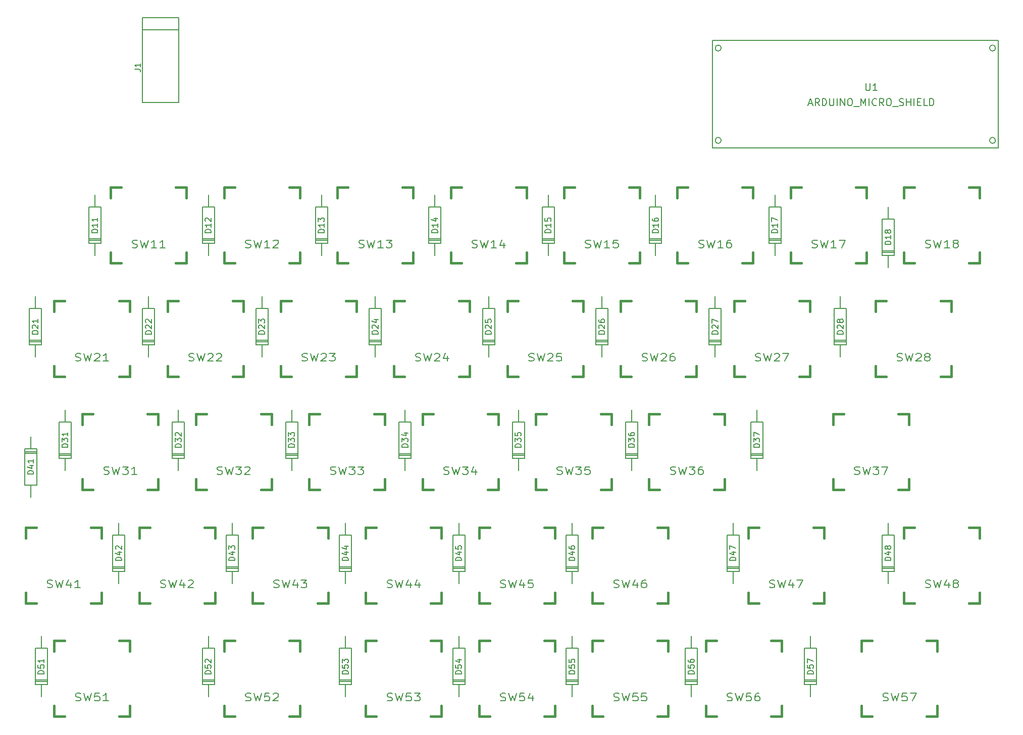
<source format=gto>
G04 #@! TF.FileFunction,Legend,Top*
%FSLAX46Y46*%
G04 Gerber Fmt 4.6, Leading zero omitted, Abs format (unit mm)*
G04 Created by KiCad (PCBNEW 4.0.1-stable) date 2017/02/06 23:13:23*
%MOMM*%
G01*
G04 APERTURE LIST*
%ADD10C,0.100000*%
%ADD11C,0.381000*%
%ADD12C,0.150000*%
%ADD13C,0.203200*%
G04 APERTURE END LIST*
D10*
D11*
X101150000Y-72650000D02*
X102928000Y-72650000D01*
X112072000Y-72650000D02*
X113850000Y-72650000D01*
X113850000Y-72650000D02*
X113850000Y-74428000D01*
X113850000Y-83572000D02*
X113850000Y-85350000D01*
X113850000Y-85350000D02*
X112072000Y-85350000D01*
X102928000Y-85350000D02*
X101150000Y-85350000D01*
X101150000Y-85350000D02*
X101150000Y-83572000D01*
X101150000Y-74428000D02*
X101150000Y-72650000D01*
X120150000Y-72650000D02*
X121928000Y-72650000D01*
X131072000Y-72650000D02*
X132850000Y-72650000D01*
X132850000Y-72650000D02*
X132850000Y-74428000D01*
X132850000Y-83572000D02*
X132850000Y-85350000D01*
X132850000Y-85350000D02*
X131072000Y-85350000D01*
X121928000Y-85350000D02*
X120150000Y-85350000D01*
X120150000Y-85350000D02*
X120150000Y-83572000D01*
X120150000Y-74428000D02*
X120150000Y-72650000D01*
X129650000Y-53650000D02*
X131428000Y-53650000D01*
X140572000Y-53650000D02*
X142350000Y-53650000D01*
X142350000Y-53650000D02*
X142350000Y-55428000D01*
X142350000Y-64572000D02*
X142350000Y-66350000D01*
X142350000Y-66350000D02*
X140572000Y-66350000D01*
X131428000Y-66350000D02*
X129650000Y-66350000D01*
X129650000Y-66350000D02*
X129650000Y-64572000D01*
X129650000Y-55428000D02*
X129650000Y-53650000D01*
X110650000Y-53650000D02*
X112428000Y-53650000D01*
X121572000Y-53650000D02*
X123350000Y-53650000D01*
X123350000Y-53650000D02*
X123350000Y-55428000D01*
X123350000Y-64572000D02*
X123350000Y-66350000D01*
X123350000Y-66350000D02*
X121572000Y-66350000D01*
X112428000Y-66350000D02*
X110650000Y-66350000D01*
X110650000Y-66350000D02*
X110650000Y-64572000D01*
X110650000Y-55428000D02*
X110650000Y-53650000D01*
X91650000Y-53650000D02*
X93428000Y-53650000D01*
X102572000Y-53650000D02*
X104350000Y-53650000D01*
X104350000Y-53650000D02*
X104350000Y-55428000D01*
X104350000Y-64572000D02*
X104350000Y-66350000D01*
X104350000Y-66350000D02*
X102572000Y-66350000D01*
X93428000Y-66350000D02*
X91650000Y-66350000D01*
X91650000Y-66350000D02*
X91650000Y-64572000D01*
X91650000Y-55428000D02*
X91650000Y-53650000D01*
X72650000Y-53650000D02*
X74428000Y-53650000D01*
X83572000Y-53650000D02*
X85350000Y-53650000D01*
X85350000Y-53650000D02*
X85350000Y-55428000D01*
X85350000Y-64572000D02*
X85350000Y-66350000D01*
X85350000Y-66350000D02*
X83572000Y-66350000D01*
X74428000Y-66350000D02*
X72650000Y-66350000D01*
X72650000Y-66350000D02*
X72650000Y-64572000D01*
X72650000Y-55428000D02*
X72650000Y-53650000D01*
X53650000Y-53650000D02*
X55428000Y-53650000D01*
X64572000Y-53650000D02*
X66350000Y-53650000D01*
X66350000Y-53650000D02*
X66350000Y-55428000D01*
X66350000Y-64572000D02*
X66350000Y-66350000D01*
X66350000Y-66350000D02*
X64572000Y-66350000D01*
X55428000Y-66350000D02*
X53650000Y-66350000D01*
X53650000Y-66350000D02*
X53650000Y-64572000D01*
X53650000Y-55428000D02*
X53650000Y-53650000D01*
D12*
X58950000Y-26250000D02*
X58950000Y-25200000D01*
X65050000Y-26250000D02*
X65050000Y-25200000D01*
X65050000Y-27300000D02*
X65050000Y-26300000D01*
X65050000Y-25200000D02*
X58950000Y-25200000D01*
X58950000Y-26300000D02*
X58950000Y-27300000D01*
X58950000Y-27300000D02*
X58950000Y-39400000D01*
X65050000Y-27300000D02*
X65050000Y-39400000D01*
X65050000Y-27200000D02*
X58950000Y-27200000D01*
X58950000Y-39400000D02*
X65050000Y-39400000D01*
D11*
X186650000Y-53650000D02*
X188428000Y-53650000D01*
X197572000Y-53650000D02*
X199350000Y-53650000D01*
X199350000Y-53650000D02*
X199350000Y-55428000D01*
X199350000Y-64572000D02*
X199350000Y-66350000D01*
X199350000Y-66350000D02*
X197572000Y-66350000D01*
X188428000Y-66350000D02*
X186650000Y-66350000D01*
X186650000Y-66350000D02*
X186650000Y-64572000D01*
X186650000Y-55428000D02*
X186650000Y-53650000D01*
X167650000Y-53650000D02*
X169428000Y-53650000D01*
X178572000Y-53650000D02*
X180350000Y-53650000D01*
X180350000Y-53650000D02*
X180350000Y-55428000D01*
X180350000Y-64572000D02*
X180350000Y-66350000D01*
X180350000Y-66350000D02*
X178572000Y-66350000D01*
X169428000Y-66350000D02*
X167650000Y-66350000D01*
X167650000Y-66350000D02*
X167650000Y-64572000D01*
X167650000Y-55428000D02*
X167650000Y-53650000D01*
D12*
X184000000Y-58190000D02*
X184000000Y-56920000D01*
X184000000Y-65810000D02*
X184000000Y-67080000D01*
X184000000Y-65810000D02*
X184000000Y-65048000D01*
X184000000Y-65048000D02*
X185016000Y-65048000D01*
X185016000Y-65048000D02*
X185016000Y-58952000D01*
X185016000Y-58952000D02*
X184000000Y-58952000D01*
X184000000Y-58952000D02*
X184000000Y-58190000D01*
X184000000Y-58952000D02*
X182984000Y-58952000D01*
X182984000Y-58952000D02*
X182984000Y-65048000D01*
X182984000Y-65048000D02*
X184000000Y-65048000D01*
X185016000Y-64540000D02*
X182984000Y-64540000D01*
X182984000Y-64286000D02*
X185016000Y-64286000D01*
D11*
X153400000Y-129650000D02*
X155178000Y-129650000D01*
X164322000Y-129650000D02*
X166100000Y-129650000D01*
X166100000Y-129650000D02*
X166100000Y-131428000D01*
X166100000Y-140572000D02*
X166100000Y-142350000D01*
X166100000Y-142350000D02*
X164322000Y-142350000D01*
X155178000Y-142350000D02*
X153400000Y-142350000D01*
X153400000Y-142350000D02*
X153400000Y-140572000D01*
X153400000Y-131428000D02*
X153400000Y-129650000D01*
X134400000Y-129650000D02*
X136178000Y-129650000D01*
X145322000Y-129650000D02*
X147100000Y-129650000D01*
X147100000Y-129650000D02*
X147100000Y-131428000D01*
X147100000Y-140572000D02*
X147100000Y-142350000D01*
X147100000Y-142350000D02*
X145322000Y-142350000D01*
X136178000Y-142350000D02*
X134400000Y-142350000D01*
X134400000Y-142350000D02*
X134400000Y-140572000D01*
X134400000Y-131428000D02*
X134400000Y-129650000D01*
X96400000Y-129650000D02*
X98178000Y-129650000D01*
X107322000Y-129650000D02*
X109100000Y-129650000D01*
X109100000Y-129650000D02*
X109100000Y-131428000D01*
X109100000Y-140572000D02*
X109100000Y-142350000D01*
X109100000Y-142350000D02*
X107322000Y-142350000D01*
X98178000Y-142350000D02*
X96400000Y-142350000D01*
X96400000Y-142350000D02*
X96400000Y-140572000D01*
X96400000Y-131428000D02*
X96400000Y-129650000D01*
D12*
X171000000Y-130190000D02*
X171000000Y-128920000D01*
X171000000Y-137810000D02*
X171000000Y-139080000D01*
X171000000Y-137810000D02*
X171000000Y-137048000D01*
X171000000Y-137048000D02*
X172016000Y-137048000D01*
X172016000Y-137048000D02*
X172016000Y-130952000D01*
X172016000Y-130952000D02*
X171000000Y-130952000D01*
X171000000Y-130952000D02*
X171000000Y-130190000D01*
X171000000Y-130952000D02*
X169984000Y-130952000D01*
X169984000Y-130952000D02*
X169984000Y-137048000D01*
X169984000Y-137048000D02*
X171000000Y-137048000D01*
X172016000Y-136540000D02*
X169984000Y-136540000D01*
X169984000Y-136286000D02*
X172016000Y-136286000D01*
X151000000Y-130190000D02*
X151000000Y-128920000D01*
X151000000Y-137810000D02*
X151000000Y-139080000D01*
X151000000Y-137810000D02*
X151000000Y-137048000D01*
X151000000Y-137048000D02*
X152016000Y-137048000D01*
X152016000Y-137048000D02*
X152016000Y-130952000D01*
X152016000Y-130952000D02*
X151000000Y-130952000D01*
X151000000Y-130952000D02*
X151000000Y-130190000D01*
X151000000Y-130952000D02*
X149984000Y-130952000D01*
X149984000Y-130952000D02*
X149984000Y-137048000D01*
X149984000Y-137048000D02*
X151000000Y-137048000D01*
X152016000Y-136540000D02*
X149984000Y-136540000D01*
X149984000Y-136286000D02*
X152016000Y-136286000D01*
X131000000Y-130190000D02*
X131000000Y-128920000D01*
X131000000Y-137810000D02*
X131000000Y-139080000D01*
X131000000Y-137810000D02*
X131000000Y-137048000D01*
X131000000Y-137048000D02*
X132016000Y-137048000D01*
X132016000Y-137048000D02*
X132016000Y-130952000D01*
X132016000Y-130952000D02*
X131000000Y-130952000D01*
X131000000Y-130952000D02*
X131000000Y-130190000D01*
X131000000Y-130952000D02*
X129984000Y-130952000D01*
X129984000Y-130952000D02*
X129984000Y-137048000D01*
X129984000Y-137048000D02*
X131000000Y-137048000D01*
X132016000Y-136540000D02*
X129984000Y-136540000D01*
X129984000Y-136286000D02*
X132016000Y-136286000D01*
X93000000Y-130190000D02*
X93000000Y-128920000D01*
X93000000Y-137810000D02*
X93000000Y-139080000D01*
X93000000Y-137810000D02*
X93000000Y-137048000D01*
X93000000Y-137048000D02*
X94016000Y-137048000D01*
X94016000Y-137048000D02*
X94016000Y-130952000D01*
X94016000Y-130952000D02*
X93000000Y-130952000D01*
X93000000Y-130952000D02*
X93000000Y-130190000D01*
X93000000Y-130952000D02*
X91984000Y-130952000D01*
X91984000Y-130952000D02*
X91984000Y-137048000D01*
X91984000Y-137048000D02*
X93000000Y-137048000D01*
X94016000Y-136540000D02*
X91984000Y-136540000D01*
X91984000Y-136286000D02*
X94016000Y-136286000D01*
X156000000Y-45746000D02*
G75*
G03X156000000Y-45746000I-500000J0D01*
G01*
X156000000Y-30254000D02*
G75*
G03X156000000Y-30254000I-500000J0D01*
G01*
X202000000Y-45746000D02*
G75*
G03X202000000Y-45746000I-500000J0D01*
G01*
X202000000Y-30254000D02*
G75*
G03X202000000Y-30254000I-500000J0D01*
G01*
X154500000Y-29000000D02*
X202500000Y-29000000D01*
X202500000Y-29000000D02*
X202500000Y-47000000D01*
X202500000Y-47000000D02*
X154500000Y-47000000D01*
X154500000Y-47000000D02*
X154500000Y-29000000D01*
D11*
X115400000Y-129650000D02*
X117178000Y-129650000D01*
X126322000Y-129650000D02*
X128100000Y-129650000D01*
X128100000Y-129650000D02*
X128100000Y-131428000D01*
X128100000Y-140572000D02*
X128100000Y-142350000D01*
X128100000Y-142350000D02*
X126322000Y-142350000D01*
X117178000Y-142350000D02*
X115400000Y-142350000D01*
X115400000Y-142350000D02*
X115400000Y-140572000D01*
X115400000Y-131428000D02*
X115400000Y-129650000D01*
X72650000Y-129650000D02*
X74428000Y-129650000D01*
X83572000Y-129650000D02*
X85350000Y-129650000D01*
X85350000Y-129650000D02*
X85350000Y-131428000D01*
X85350000Y-140572000D02*
X85350000Y-142350000D01*
X85350000Y-142350000D02*
X83572000Y-142350000D01*
X74428000Y-142350000D02*
X72650000Y-142350000D01*
X72650000Y-142350000D02*
X72650000Y-140572000D01*
X72650000Y-131428000D02*
X72650000Y-129650000D01*
X44150000Y-129650000D02*
X45928000Y-129650000D01*
X55072000Y-129650000D02*
X56850000Y-129650000D01*
X56850000Y-129650000D02*
X56850000Y-131428000D01*
X56850000Y-140572000D02*
X56850000Y-142350000D01*
X56850000Y-142350000D02*
X55072000Y-142350000D01*
X45928000Y-142350000D02*
X44150000Y-142350000D01*
X44150000Y-142350000D02*
X44150000Y-140572000D01*
X44150000Y-131428000D02*
X44150000Y-129650000D01*
X186650000Y-110650000D02*
X188428000Y-110650000D01*
X197572000Y-110650000D02*
X199350000Y-110650000D01*
X199350000Y-110650000D02*
X199350000Y-112428000D01*
X199350000Y-121572000D02*
X199350000Y-123350000D01*
X199350000Y-123350000D02*
X197572000Y-123350000D01*
X188428000Y-123350000D02*
X186650000Y-123350000D01*
X186650000Y-123350000D02*
X186650000Y-121572000D01*
X186650000Y-112428000D02*
X186650000Y-110650000D01*
X160525000Y-110650000D02*
X162303000Y-110650000D01*
X171447000Y-110650000D02*
X173225000Y-110650000D01*
X173225000Y-110650000D02*
X173225000Y-112428000D01*
X173225000Y-121572000D02*
X173225000Y-123350000D01*
X173225000Y-123350000D02*
X171447000Y-123350000D01*
X162303000Y-123350000D02*
X160525000Y-123350000D01*
X160525000Y-123350000D02*
X160525000Y-121572000D01*
X160525000Y-112428000D02*
X160525000Y-110650000D01*
X134400000Y-110650000D02*
X136178000Y-110650000D01*
X145322000Y-110650000D02*
X147100000Y-110650000D01*
X147100000Y-110650000D02*
X147100000Y-112428000D01*
X147100000Y-121572000D02*
X147100000Y-123350000D01*
X147100000Y-123350000D02*
X145322000Y-123350000D01*
X136178000Y-123350000D02*
X134400000Y-123350000D01*
X134400000Y-123350000D02*
X134400000Y-121572000D01*
X134400000Y-112428000D02*
X134400000Y-110650000D01*
X115400000Y-110650000D02*
X117178000Y-110650000D01*
X126322000Y-110650000D02*
X128100000Y-110650000D01*
X128100000Y-110650000D02*
X128100000Y-112428000D01*
X128100000Y-121572000D02*
X128100000Y-123350000D01*
X128100000Y-123350000D02*
X126322000Y-123350000D01*
X117178000Y-123350000D02*
X115400000Y-123350000D01*
X115400000Y-123350000D02*
X115400000Y-121572000D01*
X115400000Y-112428000D02*
X115400000Y-110650000D01*
X96400000Y-110650000D02*
X98178000Y-110650000D01*
X107322000Y-110650000D02*
X109100000Y-110650000D01*
X109100000Y-110650000D02*
X109100000Y-112428000D01*
X109100000Y-121572000D02*
X109100000Y-123350000D01*
X109100000Y-123350000D02*
X107322000Y-123350000D01*
X98178000Y-123350000D02*
X96400000Y-123350000D01*
X96400000Y-123350000D02*
X96400000Y-121572000D01*
X96400000Y-112428000D02*
X96400000Y-110650000D01*
X77400000Y-110650000D02*
X79178000Y-110650000D01*
X88322000Y-110650000D02*
X90100000Y-110650000D01*
X90100000Y-110650000D02*
X90100000Y-112428000D01*
X90100000Y-121572000D02*
X90100000Y-123350000D01*
X90100000Y-123350000D02*
X88322000Y-123350000D01*
X79178000Y-123350000D02*
X77400000Y-123350000D01*
X77400000Y-123350000D02*
X77400000Y-121572000D01*
X77400000Y-112428000D02*
X77400000Y-110650000D01*
X58400000Y-110650000D02*
X60178000Y-110650000D01*
X69322000Y-110650000D02*
X71100000Y-110650000D01*
X71100000Y-110650000D02*
X71100000Y-112428000D01*
X71100000Y-121572000D02*
X71100000Y-123350000D01*
X71100000Y-123350000D02*
X69322000Y-123350000D01*
X60178000Y-123350000D02*
X58400000Y-123350000D01*
X58400000Y-123350000D02*
X58400000Y-121572000D01*
X58400000Y-112428000D02*
X58400000Y-110650000D01*
X39400000Y-110650000D02*
X41178000Y-110650000D01*
X50322000Y-110650000D02*
X52100000Y-110650000D01*
X52100000Y-110650000D02*
X52100000Y-112428000D01*
X52100000Y-121572000D02*
X52100000Y-123350000D01*
X52100000Y-123350000D02*
X50322000Y-123350000D01*
X41178000Y-123350000D02*
X39400000Y-123350000D01*
X39400000Y-123350000D02*
X39400000Y-121572000D01*
X39400000Y-112428000D02*
X39400000Y-110650000D01*
X174775000Y-91650000D02*
X176553000Y-91650000D01*
X185697000Y-91650000D02*
X187475000Y-91650000D01*
X187475000Y-91650000D02*
X187475000Y-93428000D01*
X187475000Y-102572000D02*
X187475000Y-104350000D01*
X187475000Y-104350000D02*
X185697000Y-104350000D01*
X176553000Y-104350000D02*
X174775000Y-104350000D01*
X174775000Y-104350000D02*
X174775000Y-102572000D01*
X174775000Y-93428000D02*
X174775000Y-91650000D01*
X143900000Y-91650000D02*
X145678000Y-91650000D01*
X154822000Y-91650000D02*
X156600000Y-91650000D01*
X156600000Y-91650000D02*
X156600000Y-93428000D01*
X156600000Y-102572000D02*
X156600000Y-104350000D01*
X156600000Y-104350000D02*
X154822000Y-104350000D01*
X145678000Y-104350000D02*
X143900000Y-104350000D01*
X143900000Y-104350000D02*
X143900000Y-102572000D01*
X143900000Y-93428000D02*
X143900000Y-91650000D01*
X124900000Y-91650000D02*
X126678000Y-91650000D01*
X135822000Y-91650000D02*
X137600000Y-91650000D01*
X137600000Y-91650000D02*
X137600000Y-93428000D01*
X137600000Y-102572000D02*
X137600000Y-104350000D01*
X137600000Y-104350000D02*
X135822000Y-104350000D01*
X126678000Y-104350000D02*
X124900000Y-104350000D01*
X124900000Y-104350000D02*
X124900000Y-102572000D01*
X124900000Y-93428000D02*
X124900000Y-91650000D01*
X105900000Y-91650000D02*
X107678000Y-91650000D01*
X116822000Y-91650000D02*
X118600000Y-91650000D01*
X118600000Y-91650000D02*
X118600000Y-93428000D01*
X118600000Y-102572000D02*
X118600000Y-104350000D01*
X118600000Y-104350000D02*
X116822000Y-104350000D01*
X107678000Y-104350000D02*
X105900000Y-104350000D01*
X105900000Y-104350000D02*
X105900000Y-102572000D01*
X105900000Y-93428000D02*
X105900000Y-91650000D01*
X86900000Y-91650000D02*
X88678000Y-91650000D01*
X97822000Y-91650000D02*
X99600000Y-91650000D01*
X99600000Y-91650000D02*
X99600000Y-93428000D01*
X99600000Y-102572000D02*
X99600000Y-104350000D01*
X99600000Y-104350000D02*
X97822000Y-104350000D01*
X88678000Y-104350000D02*
X86900000Y-104350000D01*
X86900000Y-104350000D02*
X86900000Y-102572000D01*
X86900000Y-93428000D02*
X86900000Y-91650000D01*
X67900000Y-91650000D02*
X69678000Y-91650000D01*
X78822000Y-91650000D02*
X80600000Y-91650000D01*
X80600000Y-91650000D02*
X80600000Y-93428000D01*
X80600000Y-102572000D02*
X80600000Y-104350000D01*
X80600000Y-104350000D02*
X78822000Y-104350000D01*
X69678000Y-104350000D02*
X67900000Y-104350000D01*
X67900000Y-104350000D02*
X67900000Y-102572000D01*
X67900000Y-93428000D02*
X67900000Y-91650000D01*
X48900000Y-91650000D02*
X50678000Y-91650000D01*
X59822000Y-91650000D02*
X61600000Y-91650000D01*
X61600000Y-91650000D02*
X61600000Y-93428000D01*
X61600000Y-102572000D02*
X61600000Y-104350000D01*
X61600000Y-104350000D02*
X59822000Y-104350000D01*
X50678000Y-104350000D02*
X48900000Y-104350000D01*
X48900000Y-104350000D02*
X48900000Y-102572000D01*
X48900000Y-93428000D02*
X48900000Y-91650000D01*
X181900000Y-72650000D02*
X183678000Y-72650000D01*
X192822000Y-72650000D02*
X194600000Y-72650000D01*
X194600000Y-72650000D02*
X194600000Y-74428000D01*
X194600000Y-83572000D02*
X194600000Y-85350000D01*
X194600000Y-85350000D02*
X192822000Y-85350000D01*
X183678000Y-85350000D02*
X181900000Y-85350000D01*
X181900000Y-85350000D02*
X181900000Y-83572000D01*
X181900000Y-74428000D02*
X181900000Y-72650000D01*
X158150000Y-72650000D02*
X159928000Y-72650000D01*
X169072000Y-72650000D02*
X170850000Y-72650000D01*
X170850000Y-72650000D02*
X170850000Y-74428000D01*
X170850000Y-83572000D02*
X170850000Y-85350000D01*
X170850000Y-85350000D02*
X169072000Y-85350000D01*
X159928000Y-85350000D02*
X158150000Y-85350000D01*
X158150000Y-85350000D02*
X158150000Y-83572000D01*
X158150000Y-74428000D02*
X158150000Y-72650000D01*
X139150000Y-72650000D02*
X140928000Y-72650000D01*
X150072000Y-72650000D02*
X151850000Y-72650000D01*
X151850000Y-72650000D02*
X151850000Y-74428000D01*
X151850000Y-83572000D02*
X151850000Y-85350000D01*
X151850000Y-85350000D02*
X150072000Y-85350000D01*
X140928000Y-85350000D02*
X139150000Y-85350000D01*
X139150000Y-85350000D02*
X139150000Y-83572000D01*
X139150000Y-74428000D02*
X139150000Y-72650000D01*
X82150000Y-72650000D02*
X83928000Y-72650000D01*
X93072000Y-72650000D02*
X94850000Y-72650000D01*
X94850000Y-72650000D02*
X94850000Y-74428000D01*
X94850000Y-83572000D02*
X94850000Y-85350000D01*
X94850000Y-85350000D02*
X93072000Y-85350000D01*
X83928000Y-85350000D02*
X82150000Y-85350000D01*
X82150000Y-85350000D02*
X82150000Y-83572000D01*
X82150000Y-74428000D02*
X82150000Y-72650000D01*
X63150000Y-72650000D02*
X64928000Y-72650000D01*
X74072000Y-72650000D02*
X75850000Y-72650000D01*
X75850000Y-72650000D02*
X75850000Y-74428000D01*
X75850000Y-83572000D02*
X75850000Y-85350000D01*
X75850000Y-85350000D02*
X74072000Y-85350000D01*
X64928000Y-85350000D02*
X63150000Y-85350000D01*
X63150000Y-85350000D02*
X63150000Y-83572000D01*
X63150000Y-74428000D02*
X63150000Y-72650000D01*
X44150000Y-72650000D02*
X45928000Y-72650000D01*
X55072000Y-72650000D02*
X56850000Y-72650000D01*
X56850000Y-72650000D02*
X56850000Y-74428000D01*
X56850000Y-83572000D02*
X56850000Y-85350000D01*
X56850000Y-85350000D02*
X55072000Y-85350000D01*
X45928000Y-85350000D02*
X44150000Y-85350000D01*
X44150000Y-85350000D02*
X44150000Y-83572000D01*
X44150000Y-74428000D02*
X44150000Y-72650000D01*
X148650000Y-53650000D02*
X150428000Y-53650000D01*
X159572000Y-53650000D02*
X161350000Y-53650000D01*
X161350000Y-53650000D02*
X161350000Y-55428000D01*
X161350000Y-64572000D02*
X161350000Y-66350000D01*
X161350000Y-66350000D02*
X159572000Y-66350000D01*
X150428000Y-66350000D02*
X148650000Y-66350000D01*
X148650000Y-66350000D02*
X148650000Y-64572000D01*
X148650000Y-55428000D02*
X148650000Y-53650000D01*
D12*
X112000000Y-130190000D02*
X112000000Y-128920000D01*
X112000000Y-137810000D02*
X112000000Y-139080000D01*
X112000000Y-137810000D02*
X112000000Y-137048000D01*
X112000000Y-137048000D02*
X113016000Y-137048000D01*
X113016000Y-137048000D02*
X113016000Y-130952000D01*
X113016000Y-130952000D02*
X112000000Y-130952000D01*
X112000000Y-130952000D02*
X112000000Y-130190000D01*
X112000000Y-130952000D02*
X110984000Y-130952000D01*
X110984000Y-130952000D02*
X110984000Y-137048000D01*
X110984000Y-137048000D02*
X112000000Y-137048000D01*
X113016000Y-136540000D02*
X110984000Y-136540000D01*
X110984000Y-136286000D02*
X113016000Y-136286000D01*
X70000000Y-130190000D02*
X70000000Y-128920000D01*
X70000000Y-137810000D02*
X70000000Y-139080000D01*
X70000000Y-137810000D02*
X70000000Y-137048000D01*
X70000000Y-137048000D02*
X71016000Y-137048000D01*
X71016000Y-137048000D02*
X71016000Y-130952000D01*
X71016000Y-130952000D02*
X70000000Y-130952000D01*
X70000000Y-130952000D02*
X70000000Y-130190000D01*
X70000000Y-130952000D02*
X68984000Y-130952000D01*
X68984000Y-130952000D02*
X68984000Y-137048000D01*
X68984000Y-137048000D02*
X70000000Y-137048000D01*
X71016000Y-136540000D02*
X68984000Y-136540000D01*
X68984000Y-136286000D02*
X71016000Y-136286000D01*
X42000000Y-130190000D02*
X42000000Y-128920000D01*
X42000000Y-137810000D02*
X42000000Y-139080000D01*
X42000000Y-137810000D02*
X42000000Y-137048000D01*
X42000000Y-137048000D02*
X43016000Y-137048000D01*
X43016000Y-137048000D02*
X43016000Y-130952000D01*
X43016000Y-130952000D02*
X42000000Y-130952000D01*
X42000000Y-130952000D02*
X42000000Y-130190000D01*
X42000000Y-130952000D02*
X40984000Y-130952000D01*
X40984000Y-130952000D02*
X40984000Y-137048000D01*
X40984000Y-137048000D02*
X42000000Y-137048000D01*
X43016000Y-136540000D02*
X40984000Y-136540000D01*
X40984000Y-136286000D02*
X43016000Y-136286000D01*
X184000000Y-111190000D02*
X184000000Y-109920000D01*
X184000000Y-118810000D02*
X184000000Y-120080000D01*
X184000000Y-118810000D02*
X184000000Y-118048000D01*
X184000000Y-118048000D02*
X185016000Y-118048000D01*
X185016000Y-118048000D02*
X185016000Y-111952000D01*
X185016000Y-111952000D02*
X184000000Y-111952000D01*
X184000000Y-111952000D02*
X184000000Y-111190000D01*
X184000000Y-111952000D02*
X182984000Y-111952000D01*
X182984000Y-111952000D02*
X182984000Y-118048000D01*
X182984000Y-118048000D02*
X184000000Y-118048000D01*
X185016000Y-117540000D02*
X182984000Y-117540000D01*
X182984000Y-117286000D02*
X185016000Y-117286000D01*
X158000000Y-111190000D02*
X158000000Y-109920000D01*
X158000000Y-118810000D02*
X158000000Y-120080000D01*
X158000000Y-118810000D02*
X158000000Y-118048000D01*
X158000000Y-118048000D02*
X159016000Y-118048000D01*
X159016000Y-118048000D02*
X159016000Y-111952000D01*
X159016000Y-111952000D02*
X158000000Y-111952000D01*
X158000000Y-111952000D02*
X158000000Y-111190000D01*
X158000000Y-111952000D02*
X156984000Y-111952000D01*
X156984000Y-111952000D02*
X156984000Y-118048000D01*
X156984000Y-118048000D02*
X158000000Y-118048000D01*
X159016000Y-117540000D02*
X156984000Y-117540000D01*
X156984000Y-117286000D02*
X159016000Y-117286000D01*
X131000000Y-111190000D02*
X131000000Y-109920000D01*
X131000000Y-118810000D02*
X131000000Y-120080000D01*
X131000000Y-118810000D02*
X131000000Y-118048000D01*
X131000000Y-118048000D02*
X132016000Y-118048000D01*
X132016000Y-118048000D02*
X132016000Y-111952000D01*
X132016000Y-111952000D02*
X131000000Y-111952000D01*
X131000000Y-111952000D02*
X131000000Y-111190000D01*
X131000000Y-111952000D02*
X129984000Y-111952000D01*
X129984000Y-111952000D02*
X129984000Y-118048000D01*
X129984000Y-118048000D02*
X131000000Y-118048000D01*
X132016000Y-117540000D02*
X129984000Y-117540000D01*
X129984000Y-117286000D02*
X132016000Y-117286000D01*
X112000000Y-111190000D02*
X112000000Y-109920000D01*
X112000000Y-118810000D02*
X112000000Y-120080000D01*
X112000000Y-118810000D02*
X112000000Y-118048000D01*
X112000000Y-118048000D02*
X113016000Y-118048000D01*
X113016000Y-118048000D02*
X113016000Y-111952000D01*
X113016000Y-111952000D02*
X112000000Y-111952000D01*
X112000000Y-111952000D02*
X112000000Y-111190000D01*
X112000000Y-111952000D02*
X110984000Y-111952000D01*
X110984000Y-111952000D02*
X110984000Y-118048000D01*
X110984000Y-118048000D02*
X112000000Y-118048000D01*
X113016000Y-117540000D02*
X110984000Y-117540000D01*
X110984000Y-117286000D02*
X113016000Y-117286000D01*
X93000000Y-111190000D02*
X93000000Y-109920000D01*
X93000000Y-118810000D02*
X93000000Y-120080000D01*
X93000000Y-118810000D02*
X93000000Y-118048000D01*
X93000000Y-118048000D02*
X94016000Y-118048000D01*
X94016000Y-118048000D02*
X94016000Y-111952000D01*
X94016000Y-111952000D02*
X93000000Y-111952000D01*
X93000000Y-111952000D02*
X93000000Y-111190000D01*
X93000000Y-111952000D02*
X91984000Y-111952000D01*
X91984000Y-111952000D02*
X91984000Y-118048000D01*
X91984000Y-118048000D02*
X93000000Y-118048000D01*
X94016000Y-117540000D02*
X91984000Y-117540000D01*
X91984000Y-117286000D02*
X94016000Y-117286000D01*
X74000000Y-111190000D02*
X74000000Y-109920000D01*
X74000000Y-118810000D02*
X74000000Y-120080000D01*
X74000000Y-118810000D02*
X74000000Y-118048000D01*
X74000000Y-118048000D02*
X75016000Y-118048000D01*
X75016000Y-118048000D02*
X75016000Y-111952000D01*
X75016000Y-111952000D02*
X74000000Y-111952000D01*
X74000000Y-111952000D02*
X74000000Y-111190000D01*
X74000000Y-111952000D02*
X72984000Y-111952000D01*
X72984000Y-111952000D02*
X72984000Y-118048000D01*
X72984000Y-118048000D02*
X74000000Y-118048000D01*
X75016000Y-117540000D02*
X72984000Y-117540000D01*
X72984000Y-117286000D02*
X75016000Y-117286000D01*
X55000000Y-111190000D02*
X55000000Y-109920000D01*
X55000000Y-118810000D02*
X55000000Y-120080000D01*
X55000000Y-118810000D02*
X55000000Y-118048000D01*
X55000000Y-118048000D02*
X56016000Y-118048000D01*
X56016000Y-118048000D02*
X56016000Y-111952000D01*
X56016000Y-111952000D02*
X55000000Y-111952000D01*
X55000000Y-111952000D02*
X55000000Y-111190000D01*
X55000000Y-111952000D02*
X53984000Y-111952000D01*
X53984000Y-111952000D02*
X53984000Y-118048000D01*
X53984000Y-118048000D02*
X55000000Y-118048000D01*
X56016000Y-117540000D02*
X53984000Y-117540000D01*
X53984000Y-117286000D02*
X56016000Y-117286000D01*
X40250000Y-104310000D02*
X40250000Y-105580000D01*
X40250000Y-96690000D02*
X40250000Y-95420000D01*
X40250000Y-96690000D02*
X40250000Y-97452000D01*
X40250000Y-97452000D02*
X39234000Y-97452000D01*
X39234000Y-97452000D02*
X39234000Y-103548000D01*
X39234000Y-103548000D02*
X40250000Y-103548000D01*
X40250000Y-103548000D02*
X40250000Y-104310000D01*
X40250000Y-103548000D02*
X41266000Y-103548000D01*
X41266000Y-103548000D02*
X41266000Y-97452000D01*
X41266000Y-97452000D02*
X40250000Y-97452000D01*
X39234000Y-97960000D02*
X41266000Y-97960000D01*
X41266000Y-98214000D02*
X39234000Y-98214000D01*
X162000000Y-92190000D02*
X162000000Y-90920000D01*
X162000000Y-99810000D02*
X162000000Y-101080000D01*
X162000000Y-99810000D02*
X162000000Y-99048000D01*
X162000000Y-99048000D02*
X163016000Y-99048000D01*
X163016000Y-99048000D02*
X163016000Y-92952000D01*
X163016000Y-92952000D02*
X162000000Y-92952000D01*
X162000000Y-92952000D02*
X162000000Y-92190000D01*
X162000000Y-92952000D02*
X160984000Y-92952000D01*
X160984000Y-92952000D02*
X160984000Y-99048000D01*
X160984000Y-99048000D02*
X162000000Y-99048000D01*
X163016000Y-98540000D02*
X160984000Y-98540000D01*
X160984000Y-98286000D02*
X163016000Y-98286000D01*
X141000000Y-92190000D02*
X141000000Y-90920000D01*
X141000000Y-99810000D02*
X141000000Y-101080000D01*
X141000000Y-99810000D02*
X141000000Y-99048000D01*
X141000000Y-99048000D02*
X142016000Y-99048000D01*
X142016000Y-99048000D02*
X142016000Y-92952000D01*
X142016000Y-92952000D02*
X141000000Y-92952000D01*
X141000000Y-92952000D02*
X141000000Y-92190000D01*
X141000000Y-92952000D02*
X139984000Y-92952000D01*
X139984000Y-92952000D02*
X139984000Y-99048000D01*
X139984000Y-99048000D02*
X141000000Y-99048000D01*
X142016000Y-98540000D02*
X139984000Y-98540000D01*
X139984000Y-98286000D02*
X142016000Y-98286000D01*
X122000000Y-92190000D02*
X122000000Y-90920000D01*
X122000000Y-99810000D02*
X122000000Y-101080000D01*
X122000000Y-99810000D02*
X122000000Y-99048000D01*
X122000000Y-99048000D02*
X123016000Y-99048000D01*
X123016000Y-99048000D02*
X123016000Y-92952000D01*
X123016000Y-92952000D02*
X122000000Y-92952000D01*
X122000000Y-92952000D02*
X122000000Y-92190000D01*
X122000000Y-92952000D02*
X120984000Y-92952000D01*
X120984000Y-92952000D02*
X120984000Y-99048000D01*
X120984000Y-99048000D02*
X122000000Y-99048000D01*
X123016000Y-98540000D02*
X120984000Y-98540000D01*
X120984000Y-98286000D02*
X123016000Y-98286000D01*
X103000000Y-92190000D02*
X103000000Y-90920000D01*
X103000000Y-99810000D02*
X103000000Y-101080000D01*
X103000000Y-99810000D02*
X103000000Y-99048000D01*
X103000000Y-99048000D02*
X104016000Y-99048000D01*
X104016000Y-99048000D02*
X104016000Y-92952000D01*
X104016000Y-92952000D02*
X103000000Y-92952000D01*
X103000000Y-92952000D02*
X103000000Y-92190000D01*
X103000000Y-92952000D02*
X101984000Y-92952000D01*
X101984000Y-92952000D02*
X101984000Y-99048000D01*
X101984000Y-99048000D02*
X103000000Y-99048000D01*
X104016000Y-98540000D02*
X101984000Y-98540000D01*
X101984000Y-98286000D02*
X104016000Y-98286000D01*
X84000000Y-92190000D02*
X84000000Y-90920000D01*
X84000000Y-99810000D02*
X84000000Y-101080000D01*
X84000000Y-99810000D02*
X84000000Y-99048000D01*
X84000000Y-99048000D02*
X85016000Y-99048000D01*
X85016000Y-99048000D02*
X85016000Y-92952000D01*
X85016000Y-92952000D02*
X84000000Y-92952000D01*
X84000000Y-92952000D02*
X84000000Y-92190000D01*
X84000000Y-92952000D02*
X82984000Y-92952000D01*
X82984000Y-92952000D02*
X82984000Y-99048000D01*
X82984000Y-99048000D02*
X84000000Y-99048000D01*
X85016000Y-98540000D02*
X82984000Y-98540000D01*
X82984000Y-98286000D02*
X85016000Y-98286000D01*
X65000000Y-92190000D02*
X65000000Y-90920000D01*
X65000000Y-99810000D02*
X65000000Y-101080000D01*
X65000000Y-99810000D02*
X65000000Y-99048000D01*
X65000000Y-99048000D02*
X66016000Y-99048000D01*
X66016000Y-99048000D02*
X66016000Y-92952000D01*
X66016000Y-92952000D02*
X65000000Y-92952000D01*
X65000000Y-92952000D02*
X65000000Y-92190000D01*
X65000000Y-92952000D02*
X63984000Y-92952000D01*
X63984000Y-92952000D02*
X63984000Y-99048000D01*
X63984000Y-99048000D02*
X65000000Y-99048000D01*
X66016000Y-98540000D02*
X63984000Y-98540000D01*
X63984000Y-98286000D02*
X66016000Y-98286000D01*
X46000000Y-92190000D02*
X46000000Y-90920000D01*
X46000000Y-99810000D02*
X46000000Y-101080000D01*
X46000000Y-99810000D02*
X46000000Y-99048000D01*
X46000000Y-99048000D02*
X47016000Y-99048000D01*
X47016000Y-99048000D02*
X47016000Y-92952000D01*
X47016000Y-92952000D02*
X46000000Y-92952000D01*
X46000000Y-92952000D02*
X46000000Y-92190000D01*
X46000000Y-92952000D02*
X44984000Y-92952000D01*
X44984000Y-92952000D02*
X44984000Y-99048000D01*
X44984000Y-99048000D02*
X46000000Y-99048000D01*
X47016000Y-98540000D02*
X44984000Y-98540000D01*
X44984000Y-98286000D02*
X47016000Y-98286000D01*
X176000000Y-73190000D02*
X176000000Y-71920000D01*
X176000000Y-80810000D02*
X176000000Y-82080000D01*
X176000000Y-80810000D02*
X176000000Y-80048000D01*
X176000000Y-80048000D02*
X177016000Y-80048000D01*
X177016000Y-80048000D02*
X177016000Y-73952000D01*
X177016000Y-73952000D02*
X176000000Y-73952000D01*
X176000000Y-73952000D02*
X176000000Y-73190000D01*
X176000000Y-73952000D02*
X174984000Y-73952000D01*
X174984000Y-73952000D02*
X174984000Y-80048000D01*
X174984000Y-80048000D02*
X176000000Y-80048000D01*
X177016000Y-79540000D02*
X174984000Y-79540000D01*
X174984000Y-79286000D02*
X177016000Y-79286000D01*
X155000000Y-73190000D02*
X155000000Y-71920000D01*
X155000000Y-80810000D02*
X155000000Y-82080000D01*
X155000000Y-80810000D02*
X155000000Y-80048000D01*
X155000000Y-80048000D02*
X156016000Y-80048000D01*
X156016000Y-80048000D02*
X156016000Y-73952000D01*
X156016000Y-73952000D02*
X155000000Y-73952000D01*
X155000000Y-73952000D02*
X155000000Y-73190000D01*
X155000000Y-73952000D02*
X153984000Y-73952000D01*
X153984000Y-73952000D02*
X153984000Y-80048000D01*
X153984000Y-80048000D02*
X155000000Y-80048000D01*
X156016000Y-79540000D02*
X153984000Y-79540000D01*
X153984000Y-79286000D02*
X156016000Y-79286000D01*
X136000000Y-73190000D02*
X136000000Y-71920000D01*
X136000000Y-80810000D02*
X136000000Y-82080000D01*
X136000000Y-80810000D02*
X136000000Y-80048000D01*
X136000000Y-80048000D02*
X137016000Y-80048000D01*
X137016000Y-80048000D02*
X137016000Y-73952000D01*
X137016000Y-73952000D02*
X136000000Y-73952000D01*
X136000000Y-73952000D02*
X136000000Y-73190000D01*
X136000000Y-73952000D02*
X134984000Y-73952000D01*
X134984000Y-73952000D02*
X134984000Y-80048000D01*
X134984000Y-80048000D02*
X136000000Y-80048000D01*
X137016000Y-79540000D02*
X134984000Y-79540000D01*
X134984000Y-79286000D02*
X137016000Y-79286000D01*
X117000000Y-73190000D02*
X117000000Y-71920000D01*
X117000000Y-80810000D02*
X117000000Y-82080000D01*
X117000000Y-80810000D02*
X117000000Y-80048000D01*
X117000000Y-80048000D02*
X118016000Y-80048000D01*
X118016000Y-80048000D02*
X118016000Y-73952000D01*
X118016000Y-73952000D02*
X117000000Y-73952000D01*
X117000000Y-73952000D02*
X117000000Y-73190000D01*
X117000000Y-73952000D02*
X115984000Y-73952000D01*
X115984000Y-73952000D02*
X115984000Y-80048000D01*
X115984000Y-80048000D02*
X117000000Y-80048000D01*
X118016000Y-79540000D02*
X115984000Y-79540000D01*
X115984000Y-79286000D02*
X118016000Y-79286000D01*
X98000000Y-73190000D02*
X98000000Y-71920000D01*
X98000000Y-80810000D02*
X98000000Y-82080000D01*
X98000000Y-80810000D02*
X98000000Y-80048000D01*
X98000000Y-80048000D02*
X99016000Y-80048000D01*
X99016000Y-80048000D02*
X99016000Y-73952000D01*
X99016000Y-73952000D02*
X98000000Y-73952000D01*
X98000000Y-73952000D02*
X98000000Y-73190000D01*
X98000000Y-73952000D02*
X96984000Y-73952000D01*
X96984000Y-73952000D02*
X96984000Y-80048000D01*
X96984000Y-80048000D02*
X98000000Y-80048000D01*
X99016000Y-79540000D02*
X96984000Y-79540000D01*
X96984000Y-79286000D02*
X99016000Y-79286000D01*
X79000000Y-73190000D02*
X79000000Y-71920000D01*
X79000000Y-80810000D02*
X79000000Y-82080000D01*
X79000000Y-80810000D02*
X79000000Y-80048000D01*
X79000000Y-80048000D02*
X80016000Y-80048000D01*
X80016000Y-80048000D02*
X80016000Y-73952000D01*
X80016000Y-73952000D02*
X79000000Y-73952000D01*
X79000000Y-73952000D02*
X79000000Y-73190000D01*
X79000000Y-73952000D02*
X77984000Y-73952000D01*
X77984000Y-73952000D02*
X77984000Y-80048000D01*
X77984000Y-80048000D02*
X79000000Y-80048000D01*
X80016000Y-79540000D02*
X77984000Y-79540000D01*
X77984000Y-79286000D02*
X80016000Y-79286000D01*
X60000000Y-73190000D02*
X60000000Y-71920000D01*
X60000000Y-80810000D02*
X60000000Y-82080000D01*
X60000000Y-80810000D02*
X60000000Y-80048000D01*
X60000000Y-80048000D02*
X61016000Y-80048000D01*
X61016000Y-80048000D02*
X61016000Y-73952000D01*
X61016000Y-73952000D02*
X60000000Y-73952000D01*
X60000000Y-73952000D02*
X60000000Y-73190000D01*
X60000000Y-73952000D02*
X58984000Y-73952000D01*
X58984000Y-73952000D02*
X58984000Y-80048000D01*
X58984000Y-80048000D02*
X60000000Y-80048000D01*
X61016000Y-79540000D02*
X58984000Y-79540000D01*
X58984000Y-79286000D02*
X61016000Y-79286000D01*
X41000000Y-73190000D02*
X41000000Y-71920000D01*
X41000000Y-80810000D02*
X41000000Y-82080000D01*
X41000000Y-80810000D02*
X41000000Y-80048000D01*
X41000000Y-80048000D02*
X42016000Y-80048000D01*
X42016000Y-80048000D02*
X42016000Y-73952000D01*
X42016000Y-73952000D02*
X41000000Y-73952000D01*
X41000000Y-73952000D02*
X41000000Y-73190000D01*
X41000000Y-73952000D02*
X39984000Y-73952000D01*
X39984000Y-73952000D02*
X39984000Y-80048000D01*
X39984000Y-80048000D02*
X41000000Y-80048000D01*
X42016000Y-79540000D02*
X39984000Y-79540000D01*
X39984000Y-79286000D02*
X42016000Y-79286000D01*
X165000000Y-56190000D02*
X165000000Y-54920000D01*
X165000000Y-63810000D02*
X165000000Y-65080000D01*
X165000000Y-63810000D02*
X165000000Y-63048000D01*
X165000000Y-63048000D02*
X166016000Y-63048000D01*
X166016000Y-63048000D02*
X166016000Y-56952000D01*
X166016000Y-56952000D02*
X165000000Y-56952000D01*
X165000000Y-56952000D02*
X165000000Y-56190000D01*
X165000000Y-56952000D02*
X163984000Y-56952000D01*
X163984000Y-56952000D02*
X163984000Y-63048000D01*
X163984000Y-63048000D02*
X165000000Y-63048000D01*
X166016000Y-62540000D02*
X163984000Y-62540000D01*
X163984000Y-62286000D02*
X166016000Y-62286000D01*
X145000000Y-56190000D02*
X145000000Y-54920000D01*
X145000000Y-63810000D02*
X145000000Y-65080000D01*
X145000000Y-63810000D02*
X145000000Y-63048000D01*
X145000000Y-63048000D02*
X146016000Y-63048000D01*
X146016000Y-63048000D02*
X146016000Y-56952000D01*
X146016000Y-56952000D02*
X145000000Y-56952000D01*
X145000000Y-56952000D02*
X145000000Y-56190000D01*
X145000000Y-56952000D02*
X143984000Y-56952000D01*
X143984000Y-56952000D02*
X143984000Y-63048000D01*
X143984000Y-63048000D02*
X145000000Y-63048000D01*
X146016000Y-62540000D02*
X143984000Y-62540000D01*
X143984000Y-62286000D02*
X146016000Y-62286000D01*
X127000000Y-56190000D02*
X127000000Y-54920000D01*
X127000000Y-63810000D02*
X127000000Y-65080000D01*
X127000000Y-63810000D02*
X127000000Y-63048000D01*
X127000000Y-63048000D02*
X128016000Y-63048000D01*
X128016000Y-63048000D02*
X128016000Y-56952000D01*
X128016000Y-56952000D02*
X127000000Y-56952000D01*
X127000000Y-56952000D02*
X127000000Y-56190000D01*
X127000000Y-56952000D02*
X125984000Y-56952000D01*
X125984000Y-56952000D02*
X125984000Y-63048000D01*
X125984000Y-63048000D02*
X127000000Y-63048000D01*
X128016000Y-62540000D02*
X125984000Y-62540000D01*
X125984000Y-62286000D02*
X128016000Y-62286000D01*
X108000000Y-56190000D02*
X108000000Y-54920000D01*
X108000000Y-63810000D02*
X108000000Y-65080000D01*
X108000000Y-63810000D02*
X108000000Y-63048000D01*
X108000000Y-63048000D02*
X109016000Y-63048000D01*
X109016000Y-63048000D02*
X109016000Y-56952000D01*
X109016000Y-56952000D02*
X108000000Y-56952000D01*
X108000000Y-56952000D02*
X108000000Y-56190000D01*
X108000000Y-56952000D02*
X106984000Y-56952000D01*
X106984000Y-56952000D02*
X106984000Y-63048000D01*
X106984000Y-63048000D02*
X108000000Y-63048000D01*
X109016000Y-62540000D02*
X106984000Y-62540000D01*
X106984000Y-62286000D02*
X109016000Y-62286000D01*
X89000000Y-56190000D02*
X89000000Y-54920000D01*
X89000000Y-63810000D02*
X89000000Y-65080000D01*
X89000000Y-63810000D02*
X89000000Y-63048000D01*
X89000000Y-63048000D02*
X90016000Y-63048000D01*
X90016000Y-63048000D02*
X90016000Y-56952000D01*
X90016000Y-56952000D02*
X89000000Y-56952000D01*
X89000000Y-56952000D02*
X89000000Y-56190000D01*
X89000000Y-56952000D02*
X87984000Y-56952000D01*
X87984000Y-56952000D02*
X87984000Y-63048000D01*
X87984000Y-63048000D02*
X89000000Y-63048000D01*
X90016000Y-62540000D02*
X87984000Y-62540000D01*
X87984000Y-62286000D02*
X90016000Y-62286000D01*
X70000000Y-56190000D02*
X70000000Y-54920000D01*
X70000000Y-63810000D02*
X70000000Y-65080000D01*
X70000000Y-63810000D02*
X70000000Y-63048000D01*
X70000000Y-63048000D02*
X71016000Y-63048000D01*
X71016000Y-63048000D02*
X71016000Y-56952000D01*
X71016000Y-56952000D02*
X70000000Y-56952000D01*
X70000000Y-56952000D02*
X70000000Y-56190000D01*
X70000000Y-56952000D02*
X68984000Y-56952000D01*
X68984000Y-56952000D02*
X68984000Y-63048000D01*
X68984000Y-63048000D02*
X70000000Y-63048000D01*
X71016000Y-62540000D02*
X68984000Y-62540000D01*
X68984000Y-62286000D02*
X71016000Y-62286000D01*
X51000000Y-56190000D02*
X51000000Y-54920000D01*
X51000000Y-63810000D02*
X51000000Y-65080000D01*
X51000000Y-63810000D02*
X51000000Y-63048000D01*
X51000000Y-63048000D02*
X52016000Y-63048000D01*
X52016000Y-63048000D02*
X52016000Y-56952000D01*
X52016000Y-56952000D02*
X51000000Y-56952000D01*
X51000000Y-56952000D02*
X51000000Y-56190000D01*
X51000000Y-56952000D02*
X49984000Y-56952000D01*
X49984000Y-56952000D02*
X49984000Y-63048000D01*
X49984000Y-63048000D02*
X51000000Y-63048000D01*
X52016000Y-62540000D02*
X49984000Y-62540000D01*
X49984000Y-62286000D02*
X52016000Y-62286000D01*
D11*
X179525000Y-129650000D02*
X181303000Y-129650000D01*
X190447000Y-129650000D02*
X192225000Y-129650000D01*
X192225000Y-129650000D02*
X192225000Y-131428000D01*
X192225000Y-140572000D02*
X192225000Y-142350000D01*
X192225000Y-142350000D02*
X190447000Y-142350000D01*
X181303000Y-142350000D02*
X179525000Y-142350000D01*
X179525000Y-142350000D02*
X179525000Y-140572000D01*
X179525000Y-131428000D02*
X179525000Y-129650000D01*
D13*
X104742286Y-82689048D02*
X104960000Y-82749524D01*
X105322857Y-82749524D01*
X105468000Y-82689048D01*
X105540571Y-82628571D01*
X105613143Y-82507619D01*
X105613143Y-82386667D01*
X105540571Y-82265714D01*
X105468000Y-82205238D01*
X105322857Y-82144762D01*
X105032571Y-82084286D01*
X104887429Y-82023810D01*
X104814857Y-81963333D01*
X104742286Y-81842381D01*
X104742286Y-81721429D01*
X104814857Y-81600476D01*
X104887429Y-81540000D01*
X105032571Y-81479524D01*
X105395429Y-81479524D01*
X105613143Y-81540000D01*
X106121143Y-81479524D02*
X106484000Y-82749524D01*
X106774286Y-81842381D01*
X107064572Y-82749524D01*
X107427429Y-81479524D01*
X107935429Y-81600476D02*
X108008000Y-81540000D01*
X108153143Y-81479524D01*
X108516000Y-81479524D01*
X108661143Y-81540000D01*
X108733714Y-81600476D01*
X108806286Y-81721429D01*
X108806286Y-81842381D01*
X108733714Y-82023810D01*
X107862857Y-82749524D01*
X108806286Y-82749524D01*
X110112572Y-81902857D02*
X110112572Y-82749524D01*
X109749715Y-81419048D02*
X109386858Y-82326190D01*
X110330286Y-82326190D01*
X123742286Y-82689048D02*
X123960000Y-82749524D01*
X124322857Y-82749524D01*
X124468000Y-82689048D01*
X124540571Y-82628571D01*
X124613143Y-82507619D01*
X124613143Y-82386667D01*
X124540571Y-82265714D01*
X124468000Y-82205238D01*
X124322857Y-82144762D01*
X124032571Y-82084286D01*
X123887429Y-82023810D01*
X123814857Y-81963333D01*
X123742286Y-81842381D01*
X123742286Y-81721429D01*
X123814857Y-81600476D01*
X123887429Y-81540000D01*
X124032571Y-81479524D01*
X124395429Y-81479524D01*
X124613143Y-81540000D01*
X125121143Y-81479524D02*
X125484000Y-82749524D01*
X125774286Y-81842381D01*
X126064572Y-82749524D01*
X126427429Y-81479524D01*
X126935429Y-81600476D02*
X127008000Y-81540000D01*
X127153143Y-81479524D01*
X127516000Y-81479524D01*
X127661143Y-81540000D01*
X127733714Y-81600476D01*
X127806286Y-81721429D01*
X127806286Y-81842381D01*
X127733714Y-82023810D01*
X126862857Y-82749524D01*
X127806286Y-82749524D01*
X129185143Y-81479524D02*
X128459429Y-81479524D01*
X128386858Y-82084286D01*
X128459429Y-82023810D01*
X128604572Y-81963333D01*
X128967429Y-81963333D01*
X129112572Y-82023810D01*
X129185143Y-82084286D01*
X129257715Y-82205238D01*
X129257715Y-82507619D01*
X129185143Y-82628571D01*
X129112572Y-82689048D01*
X128967429Y-82749524D01*
X128604572Y-82749524D01*
X128459429Y-82689048D01*
X128386858Y-82628571D01*
X133242286Y-63689048D02*
X133460000Y-63749524D01*
X133822857Y-63749524D01*
X133968000Y-63689048D01*
X134040571Y-63628571D01*
X134113143Y-63507619D01*
X134113143Y-63386667D01*
X134040571Y-63265714D01*
X133968000Y-63205238D01*
X133822857Y-63144762D01*
X133532571Y-63084286D01*
X133387429Y-63023810D01*
X133314857Y-62963333D01*
X133242286Y-62842381D01*
X133242286Y-62721429D01*
X133314857Y-62600476D01*
X133387429Y-62540000D01*
X133532571Y-62479524D01*
X133895429Y-62479524D01*
X134113143Y-62540000D01*
X134621143Y-62479524D02*
X134984000Y-63749524D01*
X135274286Y-62842381D01*
X135564572Y-63749524D01*
X135927429Y-62479524D01*
X137306286Y-63749524D02*
X136435429Y-63749524D01*
X136870857Y-63749524D02*
X136870857Y-62479524D01*
X136725714Y-62660952D01*
X136580572Y-62781905D01*
X136435429Y-62842381D01*
X138685143Y-62479524D02*
X137959429Y-62479524D01*
X137886858Y-63084286D01*
X137959429Y-63023810D01*
X138104572Y-62963333D01*
X138467429Y-62963333D01*
X138612572Y-63023810D01*
X138685143Y-63084286D01*
X138757715Y-63205238D01*
X138757715Y-63507619D01*
X138685143Y-63628571D01*
X138612572Y-63689048D01*
X138467429Y-63749524D01*
X138104572Y-63749524D01*
X137959429Y-63689048D01*
X137886858Y-63628571D01*
X114242286Y-63689048D02*
X114460000Y-63749524D01*
X114822857Y-63749524D01*
X114968000Y-63689048D01*
X115040571Y-63628571D01*
X115113143Y-63507619D01*
X115113143Y-63386667D01*
X115040571Y-63265714D01*
X114968000Y-63205238D01*
X114822857Y-63144762D01*
X114532571Y-63084286D01*
X114387429Y-63023810D01*
X114314857Y-62963333D01*
X114242286Y-62842381D01*
X114242286Y-62721429D01*
X114314857Y-62600476D01*
X114387429Y-62540000D01*
X114532571Y-62479524D01*
X114895429Y-62479524D01*
X115113143Y-62540000D01*
X115621143Y-62479524D02*
X115984000Y-63749524D01*
X116274286Y-62842381D01*
X116564572Y-63749524D01*
X116927429Y-62479524D01*
X118306286Y-63749524D02*
X117435429Y-63749524D01*
X117870857Y-63749524D02*
X117870857Y-62479524D01*
X117725714Y-62660952D01*
X117580572Y-62781905D01*
X117435429Y-62842381D01*
X119612572Y-62902857D02*
X119612572Y-63749524D01*
X119249715Y-62419048D02*
X118886858Y-63326190D01*
X119830286Y-63326190D01*
X95242286Y-63689048D02*
X95460000Y-63749524D01*
X95822857Y-63749524D01*
X95968000Y-63689048D01*
X96040571Y-63628571D01*
X96113143Y-63507619D01*
X96113143Y-63386667D01*
X96040571Y-63265714D01*
X95968000Y-63205238D01*
X95822857Y-63144762D01*
X95532571Y-63084286D01*
X95387429Y-63023810D01*
X95314857Y-62963333D01*
X95242286Y-62842381D01*
X95242286Y-62721429D01*
X95314857Y-62600476D01*
X95387429Y-62540000D01*
X95532571Y-62479524D01*
X95895429Y-62479524D01*
X96113143Y-62540000D01*
X96621143Y-62479524D02*
X96984000Y-63749524D01*
X97274286Y-62842381D01*
X97564572Y-63749524D01*
X97927429Y-62479524D01*
X99306286Y-63749524D02*
X98435429Y-63749524D01*
X98870857Y-63749524D02*
X98870857Y-62479524D01*
X98725714Y-62660952D01*
X98580572Y-62781905D01*
X98435429Y-62842381D01*
X99814286Y-62479524D02*
X100757715Y-62479524D01*
X100249715Y-62963333D01*
X100467429Y-62963333D01*
X100612572Y-63023810D01*
X100685143Y-63084286D01*
X100757715Y-63205238D01*
X100757715Y-63507619D01*
X100685143Y-63628571D01*
X100612572Y-63689048D01*
X100467429Y-63749524D01*
X100032001Y-63749524D01*
X99886858Y-63689048D01*
X99814286Y-63628571D01*
X76242286Y-63689048D02*
X76460000Y-63749524D01*
X76822857Y-63749524D01*
X76968000Y-63689048D01*
X77040571Y-63628571D01*
X77113143Y-63507619D01*
X77113143Y-63386667D01*
X77040571Y-63265714D01*
X76968000Y-63205238D01*
X76822857Y-63144762D01*
X76532571Y-63084286D01*
X76387429Y-63023810D01*
X76314857Y-62963333D01*
X76242286Y-62842381D01*
X76242286Y-62721429D01*
X76314857Y-62600476D01*
X76387429Y-62540000D01*
X76532571Y-62479524D01*
X76895429Y-62479524D01*
X77113143Y-62540000D01*
X77621143Y-62479524D02*
X77984000Y-63749524D01*
X78274286Y-62842381D01*
X78564572Y-63749524D01*
X78927429Y-62479524D01*
X80306286Y-63749524D02*
X79435429Y-63749524D01*
X79870857Y-63749524D02*
X79870857Y-62479524D01*
X79725714Y-62660952D01*
X79580572Y-62781905D01*
X79435429Y-62842381D01*
X80886858Y-62600476D02*
X80959429Y-62540000D01*
X81104572Y-62479524D01*
X81467429Y-62479524D01*
X81612572Y-62540000D01*
X81685143Y-62600476D01*
X81757715Y-62721429D01*
X81757715Y-62842381D01*
X81685143Y-63023810D01*
X80814286Y-63749524D01*
X81757715Y-63749524D01*
X57242286Y-63689048D02*
X57460000Y-63749524D01*
X57822857Y-63749524D01*
X57968000Y-63689048D01*
X58040571Y-63628571D01*
X58113143Y-63507619D01*
X58113143Y-63386667D01*
X58040571Y-63265714D01*
X57968000Y-63205238D01*
X57822857Y-63144762D01*
X57532571Y-63084286D01*
X57387429Y-63023810D01*
X57314857Y-62963333D01*
X57242286Y-62842381D01*
X57242286Y-62721429D01*
X57314857Y-62600476D01*
X57387429Y-62540000D01*
X57532571Y-62479524D01*
X57895429Y-62479524D01*
X58113143Y-62540000D01*
X58621143Y-62479524D02*
X58984000Y-63749524D01*
X59274286Y-62842381D01*
X59564572Y-63749524D01*
X59927429Y-62479524D01*
X61306286Y-63749524D02*
X60435429Y-63749524D01*
X60870857Y-63749524D02*
X60870857Y-62479524D01*
X60725714Y-62660952D01*
X60580572Y-62781905D01*
X60435429Y-62842381D01*
X62757715Y-63749524D02*
X61886858Y-63749524D01*
X62322286Y-63749524D02*
X62322286Y-62479524D01*
X62177143Y-62660952D01*
X62032001Y-62781905D01*
X61886858Y-62842381D01*
D12*
X57642381Y-33833333D02*
X58356667Y-33833333D01*
X58499524Y-33880953D01*
X58594762Y-33976191D01*
X58642381Y-34119048D01*
X58642381Y-34214286D01*
X58642381Y-32833333D02*
X58642381Y-33404762D01*
X58642381Y-33119048D02*
X57642381Y-33119048D01*
X57785238Y-33214286D01*
X57880476Y-33309524D01*
X57928095Y-33404762D01*
D13*
X190242286Y-63689048D02*
X190460000Y-63749524D01*
X190822857Y-63749524D01*
X190968000Y-63689048D01*
X191040571Y-63628571D01*
X191113143Y-63507619D01*
X191113143Y-63386667D01*
X191040571Y-63265714D01*
X190968000Y-63205238D01*
X190822857Y-63144762D01*
X190532571Y-63084286D01*
X190387429Y-63023810D01*
X190314857Y-62963333D01*
X190242286Y-62842381D01*
X190242286Y-62721429D01*
X190314857Y-62600476D01*
X190387429Y-62540000D01*
X190532571Y-62479524D01*
X190895429Y-62479524D01*
X191113143Y-62540000D01*
X191621143Y-62479524D02*
X191984000Y-63749524D01*
X192274286Y-62842381D01*
X192564572Y-63749524D01*
X192927429Y-62479524D01*
X194306286Y-63749524D02*
X193435429Y-63749524D01*
X193870857Y-63749524D02*
X193870857Y-62479524D01*
X193725714Y-62660952D01*
X193580572Y-62781905D01*
X193435429Y-62842381D01*
X195177143Y-63023810D02*
X195032001Y-62963333D01*
X194959429Y-62902857D01*
X194886858Y-62781905D01*
X194886858Y-62721429D01*
X194959429Y-62600476D01*
X195032001Y-62540000D01*
X195177143Y-62479524D01*
X195467429Y-62479524D01*
X195612572Y-62540000D01*
X195685143Y-62600476D01*
X195757715Y-62721429D01*
X195757715Y-62781905D01*
X195685143Y-62902857D01*
X195612572Y-62963333D01*
X195467429Y-63023810D01*
X195177143Y-63023810D01*
X195032001Y-63084286D01*
X194959429Y-63144762D01*
X194886858Y-63265714D01*
X194886858Y-63507619D01*
X194959429Y-63628571D01*
X195032001Y-63689048D01*
X195177143Y-63749524D01*
X195467429Y-63749524D01*
X195612572Y-63689048D01*
X195685143Y-63628571D01*
X195757715Y-63507619D01*
X195757715Y-63265714D01*
X195685143Y-63144762D01*
X195612572Y-63084286D01*
X195467429Y-63023810D01*
X171242286Y-63689048D02*
X171460000Y-63749524D01*
X171822857Y-63749524D01*
X171968000Y-63689048D01*
X172040571Y-63628571D01*
X172113143Y-63507619D01*
X172113143Y-63386667D01*
X172040571Y-63265714D01*
X171968000Y-63205238D01*
X171822857Y-63144762D01*
X171532571Y-63084286D01*
X171387429Y-63023810D01*
X171314857Y-62963333D01*
X171242286Y-62842381D01*
X171242286Y-62721429D01*
X171314857Y-62600476D01*
X171387429Y-62540000D01*
X171532571Y-62479524D01*
X171895429Y-62479524D01*
X172113143Y-62540000D01*
X172621143Y-62479524D02*
X172984000Y-63749524D01*
X173274286Y-62842381D01*
X173564572Y-63749524D01*
X173927429Y-62479524D01*
X175306286Y-63749524D02*
X174435429Y-63749524D01*
X174870857Y-63749524D02*
X174870857Y-62479524D01*
X174725714Y-62660952D01*
X174580572Y-62781905D01*
X174435429Y-62842381D01*
X175814286Y-62479524D02*
X176830286Y-62479524D01*
X176177143Y-63749524D01*
D12*
X184452381Y-63214286D02*
X183452381Y-63214286D01*
X183452381Y-62976191D01*
X183500000Y-62833333D01*
X183595238Y-62738095D01*
X183690476Y-62690476D01*
X183880952Y-62642857D01*
X184023810Y-62642857D01*
X184214286Y-62690476D01*
X184309524Y-62738095D01*
X184404762Y-62833333D01*
X184452381Y-62976191D01*
X184452381Y-63214286D01*
X184452381Y-61690476D02*
X184452381Y-62261905D01*
X184452381Y-61976191D02*
X183452381Y-61976191D01*
X183595238Y-62071429D01*
X183690476Y-62166667D01*
X183738095Y-62261905D01*
X183880952Y-61119048D02*
X183833333Y-61214286D01*
X183785714Y-61261905D01*
X183690476Y-61309524D01*
X183642857Y-61309524D01*
X183547619Y-61261905D01*
X183500000Y-61214286D01*
X183452381Y-61119048D01*
X183452381Y-60928571D01*
X183500000Y-60833333D01*
X183547619Y-60785714D01*
X183642857Y-60738095D01*
X183690476Y-60738095D01*
X183785714Y-60785714D01*
X183833333Y-60833333D01*
X183880952Y-60928571D01*
X183880952Y-61119048D01*
X183928571Y-61214286D01*
X183976190Y-61261905D01*
X184071429Y-61309524D01*
X184261905Y-61309524D01*
X184357143Y-61261905D01*
X184404762Y-61214286D01*
X184452381Y-61119048D01*
X184452381Y-60928571D01*
X184404762Y-60833333D01*
X184357143Y-60785714D01*
X184261905Y-60738095D01*
X184071429Y-60738095D01*
X183976190Y-60785714D01*
X183928571Y-60833333D01*
X183880952Y-60928571D01*
D13*
X156992286Y-139689048D02*
X157210000Y-139749524D01*
X157572857Y-139749524D01*
X157718000Y-139689048D01*
X157790571Y-139628571D01*
X157863143Y-139507619D01*
X157863143Y-139386667D01*
X157790571Y-139265714D01*
X157718000Y-139205238D01*
X157572857Y-139144762D01*
X157282571Y-139084286D01*
X157137429Y-139023810D01*
X157064857Y-138963333D01*
X156992286Y-138842381D01*
X156992286Y-138721429D01*
X157064857Y-138600476D01*
X157137429Y-138540000D01*
X157282571Y-138479524D01*
X157645429Y-138479524D01*
X157863143Y-138540000D01*
X158371143Y-138479524D02*
X158734000Y-139749524D01*
X159024286Y-138842381D01*
X159314572Y-139749524D01*
X159677429Y-138479524D01*
X160983714Y-138479524D02*
X160258000Y-138479524D01*
X160185429Y-139084286D01*
X160258000Y-139023810D01*
X160403143Y-138963333D01*
X160766000Y-138963333D01*
X160911143Y-139023810D01*
X160983714Y-139084286D01*
X161056286Y-139205238D01*
X161056286Y-139507619D01*
X160983714Y-139628571D01*
X160911143Y-139689048D01*
X160766000Y-139749524D01*
X160403143Y-139749524D01*
X160258000Y-139689048D01*
X160185429Y-139628571D01*
X162362572Y-138479524D02*
X162072286Y-138479524D01*
X161927143Y-138540000D01*
X161854572Y-138600476D01*
X161709429Y-138781905D01*
X161636858Y-139023810D01*
X161636858Y-139507619D01*
X161709429Y-139628571D01*
X161782001Y-139689048D01*
X161927143Y-139749524D01*
X162217429Y-139749524D01*
X162362572Y-139689048D01*
X162435143Y-139628571D01*
X162507715Y-139507619D01*
X162507715Y-139205238D01*
X162435143Y-139084286D01*
X162362572Y-139023810D01*
X162217429Y-138963333D01*
X161927143Y-138963333D01*
X161782001Y-139023810D01*
X161709429Y-139084286D01*
X161636858Y-139205238D01*
X137992286Y-139689048D02*
X138210000Y-139749524D01*
X138572857Y-139749524D01*
X138718000Y-139689048D01*
X138790571Y-139628571D01*
X138863143Y-139507619D01*
X138863143Y-139386667D01*
X138790571Y-139265714D01*
X138718000Y-139205238D01*
X138572857Y-139144762D01*
X138282571Y-139084286D01*
X138137429Y-139023810D01*
X138064857Y-138963333D01*
X137992286Y-138842381D01*
X137992286Y-138721429D01*
X138064857Y-138600476D01*
X138137429Y-138540000D01*
X138282571Y-138479524D01*
X138645429Y-138479524D01*
X138863143Y-138540000D01*
X139371143Y-138479524D02*
X139734000Y-139749524D01*
X140024286Y-138842381D01*
X140314572Y-139749524D01*
X140677429Y-138479524D01*
X141983714Y-138479524D02*
X141258000Y-138479524D01*
X141185429Y-139084286D01*
X141258000Y-139023810D01*
X141403143Y-138963333D01*
X141766000Y-138963333D01*
X141911143Y-139023810D01*
X141983714Y-139084286D01*
X142056286Y-139205238D01*
X142056286Y-139507619D01*
X141983714Y-139628571D01*
X141911143Y-139689048D01*
X141766000Y-139749524D01*
X141403143Y-139749524D01*
X141258000Y-139689048D01*
X141185429Y-139628571D01*
X143435143Y-138479524D02*
X142709429Y-138479524D01*
X142636858Y-139084286D01*
X142709429Y-139023810D01*
X142854572Y-138963333D01*
X143217429Y-138963333D01*
X143362572Y-139023810D01*
X143435143Y-139084286D01*
X143507715Y-139205238D01*
X143507715Y-139507619D01*
X143435143Y-139628571D01*
X143362572Y-139689048D01*
X143217429Y-139749524D01*
X142854572Y-139749524D01*
X142709429Y-139689048D01*
X142636858Y-139628571D01*
X99992286Y-139689048D02*
X100210000Y-139749524D01*
X100572857Y-139749524D01*
X100718000Y-139689048D01*
X100790571Y-139628571D01*
X100863143Y-139507619D01*
X100863143Y-139386667D01*
X100790571Y-139265714D01*
X100718000Y-139205238D01*
X100572857Y-139144762D01*
X100282571Y-139084286D01*
X100137429Y-139023810D01*
X100064857Y-138963333D01*
X99992286Y-138842381D01*
X99992286Y-138721429D01*
X100064857Y-138600476D01*
X100137429Y-138540000D01*
X100282571Y-138479524D01*
X100645429Y-138479524D01*
X100863143Y-138540000D01*
X101371143Y-138479524D02*
X101734000Y-139749524D01*
X102024286Y-138842381D01*
X102314572Y-139749524D01*
X102677429Y-138479524D01*
X103983714Y-138479524D02*
X103258000Y-138479524D01*
X103185429Y-139084286D01*
X103258000Y-139023810D01*
X103403143Y-138963333D01*
X103766000Y-138963333D01*
X103911143Y-139023810D01*
X103983714Y-139084286D01*
X104056286Y-139205238D01*
X104056286Y-139507619D01*
X103983714Y-139628571D01*
X103911143Y-139689048D01*
X103766000Y-139749524D01*
X103403143Y-139749524D01*
X103258000Y-139689048D01*
X103185429Y-139628571D01*
X104564286Y-138479524D02*
X105507715Y-138479524D01*
X104999715Y-138963333D01*
X105217429Y-138963333D01*
X105362572Y-139023810D01*
X105435143Y-139084286D01*
X105507715Y-139205238D01*
X105507715Y-139507619D01*
X105435143Y-139628571D01*
X105362572Y-139689048D01*
X105217429Y-139749524D01*
X104782001Y-139749524D01*
X104636858Y-139689048D01*
X104564286Y-139628571D01*
D12*
X171452381Y-135214286D02*
X170452381Y-135214286D01*
X170452381Y-134976191D01*
X170500000Y-134833333D01*
X170595238Y-134738095D01*
X170690476Y-134690476D01*
X170880952Y-134642857D01*
X171023810Y-134642857D01*
X171214286Y-134690476D01*
X171309524Y-134738095D01*
X171404762Y-134833333D01*
X171452381Y-134976191D01*
X171452381Y-135214286D01*
X170452381Y-133738095D02*
X170452381Y-134214286D01*
X170928571Y-134261905D01*
X170880952Y-134214286D01*
X170833333Y-134119048D01*
X170833333Y-133880952D01*
X170880952Y-133785714D01*
X170928571Y-133738095D01*
X171023810Y-133690476D01*
X171261905Y-133690476D01*
X171357143Y-133738095D01*
X171404762Y-133785714D01*
X171452381Y-133880952D01*
X171452381Y-134119048D01*
X171404762Y-134214286D01*
X171357143Y-134261905D01*
X170452381Y-133357143D02*
X170452381Y-132690476D01*
X171452381Y-133119048D01*
X151452381Y-135214286D02*
X150452381Y-135214286D01*
X150452381Y-134976191D01*
X150500000Y-134833333D01*
X150595238Y-134738095D01*
X150690476Y-134690476D01*
X150880952Y-134642857D01*
X151023810Y-134642857D01*
X151214286Y-134690476D01*
X151309524Y-134738095D01*
X151404762Y-134833333D01*
X151452381Y-134976191D01*
X151452381Y-135214286D01*
X150452381Y-133738095D02*
X150452381Y-134214286D01*
X150928571Y-134261905D01*
X150880952Y-134214286D01*
X150833333Y-134119048D01*
X150833333Y-133880952D01*
X150880952Y-133785714D01*
X150928571Y-133738095D01*
X151023810Y-133690476D01*
X151261905Y-133690476D01*
X151357143Y-133738095D01*
X151404762Y-133785714D01*
X151452381Y-133880952D01*
X151452381Y-134119048D01*
X151404762Y-134214286D01*
X151357143Y-134261905D01*
X150452381Y-132833333D02*
X150452381Y-133023810D01*
X150500000Y-133119048D01*
X150547619Y-133166667D01*
X150690476Y-133261905D01*
X150880952Y-133309524D01*
X151261905Y-133309524D01*
X151357143Y-133261905D01*
X151404762Y-133214286D01*
X151452381Y-133119048D01*
X151452381Y-132928571D01*
X151404762Y-132833333D01*
X151357143Y-132785714D01*
X151261905Y-132738095D01*
X151023810Y-132738095D01*
X150928571Y-132785714D01*
X150880952Y-132833333D01*
X150833333Y-132928571D01*
X150833333Y-133119048D01*
X150880952Y-133214286D01*
X150928571Y-133261905D01*
X151023810Y-133309524D01*
X131452381Y-135214286D02*
X130452381Y-135214286D01*
X130452381Y-134976191D01*
X130500000Y-134833333D01*
X130595238Y-134738095D01*
X130690476Y-134690476D01*
X130880952Y-134642857D01*
X131023810Y-134642857D01*
X131214286Y-134690476D01*
X131309524Y-134738095D01*
X131404762Y-134833333D01*
X131452381Y-134976191D01*
X131452381Y-135214286D01*
X130452381Y-133738095D02*
X130452381Y-134214286D01*
X130928571Y-134261905D01*
X130880952Y-134214286D01*
X130833333Y-134119048D01*
X130833333Y-133880952D01*
X130880952Y-133785714D01*
X130928571Y-133738095D01*
X131023810Y-133690476D01*
X131261905Y-133690476D01*
X131357143Y-133738095D01*
X131404762Y-133785714D01*
X131452381Y-133880952D01*
X131452381Y-134119048D01*
X131404762Y-134214286D01*
X131357143Y-134261905D01*
X130452381Y-132785714D02*
X130452381Y-133261905D01*
X130928571Y-133309524D01*
X130880952Y-133261905D01*
X130833333Y-133166667D01*
X130833333Y-132928571D01*
X130880952Y-132833333D01*
X130928571Y-132785714D01*
X131023810Y-132738095D01*
X131261905Y-132738095D01*
X131357143Y-132785714D01*
X131404762Y-132833333D01*
X131452381Y-132928571D01*
X131452381Y-133166667D01*
X131404762Y-133261905D01*
X131357143Y-133309524D01*
X93452381Y-135214286D02*
X92452381Y-135214286D01*
X92452381Y-134976191D01*
X92500000Y-134833333D01*
X92595238Y-134738095D01*
X92690476Y-134690476D01*
X92880952Y-134642857D01*
X93023810Y-134642857D01*
X93214286Y-134690476D01*
X93309524Y-134738095D01*
X93404762Y-134833333D01*
X93452381Y-134976191D01*
X93452381Y-135214286D01*
X92452381Y-133738095D02*
X92452381Y-134214286D01*
X92928571Y-134261905D01*
X92880952Y-134214286D01*
X92833333Y-134119048D01*
X92833333Y-133880952D01*
X92880952Y-133785714D01*
X92928571Y-133738095D01*
X93023810Y-133690476D01*
X93261905Y-133690476D01*
X93357143Y-133738095D01*
X93404762Y-133785714D01*
X93452381Y-133880952D01*
X93452381Y-134119048D01*
X93404762Y-134214286D01*
X93357143Y-134261905D01*
X92452381Y-133357143D02*
X92452381Y-132738095D01*
X92833333Y-133071429D01*
X92833333Y-132928571D01*
X92880952Y-132833333D01*
X92928571Y-132785714D01*
X93023810Y-132738095D01*
X93261905Y-132738095D01*
X93357143Y-132785714D01*
X93404762Y-132833333D01*
X93452381Y-132928571D01*
X93452381Y-133214286D01*
X93404762Y-133309524D01*
X93357143Y-133357143D01*
X180255714Y-36182857D02*
X180255714Y-37154286D01*
X180312857Y-37268571D01*
X180370000Y-37325714D01*
X180484286Y-37382857D01*
X180712857Y-37382857D01*
X180827143Y-37325714D01*
X180884286Y-37268571D01*
X180941429Y-37154286D01*
X180941429Y-36182857D01*
X182141429Y-37382857D02*
X181455714Y-37382857D01*
X181798572Y-37382857D02*
X181798572Y-36182857D01*
X181684286Y-36354286D01*
X181570000Y-36468571D01*
X181455714Y-36525714D01*
X170684284Y-39580000D02*
X171255713Y-39580000D01*
X170569999Y-39922857D02*
X170969999Y-38722857D01*
X171369999Y-39922857D01*
X172455713Y-39922857D02*
X172055713Y-39351429D01*
X171769998Y-39922857D02*
X171769998Y-38722857D01*
X172227141Y-38722857D01*
X172341427Y-38780000D01*
X172398570Y-38837143D01*
X172455713Y-38951429D01*
X172455713Y-39122857D01*
X172398570Y-39237143D01*
X172341427Y-39294286D01*
X172227141Y-39351429D01*
X171769998Y-39351429D01*
X172969998Y-39922857D02*
X172969998Y-38722857D01*
X173255713Y-38722857D01*
X173427141Y-38780000D01*
X173541427Y-38894286D01*
X173598570Y-39008571D01*
X173655713Y-39237143D01*
X173655713Y-39408571D01*
X173598570Y-39637143D01*
X173541427Y-39751429D01*
X173427141Y-39865714D01*
X173255713Y-39922857D01*
X172969998Y-39922857D01*
X174169998Y-38722857D02*
X174169998Y-39694286D01*
X174227141Y-39808571D01*
X174284284Y-39865714D01*
X174398570Y-39922857D01*
X174627141Y-39922857D01*
X174741427Y-39865714D01*
X174798570Y-39808571D01*
X174855713Y-39694286D01*
X174855713Y-38722857D01*
X175427141Y-39922857D02*
X175427141Y-38722857D01*
X175998570Y-39922857D02*
X175998570Y-38722857D01*
X176684285Y-39922857D01*
X176684285Y-38722857D01*
X177484285Y-38722857D02*
X177712856Y-38722857D01*
X177827142Y-38780000D01*
X177941428Y-38894286D01*
X177998570Y-39122857D01*
X177998570Y-39522857D01*
X177941428Y-39751429D01*
X177827142Y-39865714D01*
X177712856Y-39922857D01*
X177484285Y-39922857D01*
X177369999Y-39865714D01*
X177255713Y-39751429D01*
X177198570Y-39522857D01*
X177198570Y-39122857D01*
X177255713Y-38894286D01*
X177369999Y-38780000D01*
X177484285Y-38722857D01*
X178227142Y-40037143D02*
X179141428Y-40037143D01*
X179427142Y-39922857D02*
X179427142Y-38722857D01*
X179827142Y-39580000D01*
X180227142Y-38722857D01*
X180227142Y-39922857D01*
X180798571Y-39922857D02*
X180798571Y-38722857D01*
X182055715Y-39808571D02*
X181998572Y-39865714D01*
X181827143Y-39922857D01*
X181712857Y-39922857D01*
X181541429Y-39865714D01*
X181427143Y-39751429D01*
X181370000Y-39637143D01*
X181312857Y-39408571D01*
X181312857Y-39237143D01*
X181370000Y-39008571D01*
X181427143Y-38894286D01*
X181541429Y-38780000D01*
X181712857Y-38722857D01*
X181827143Y-38722857D01*
X181998572Y-38780000D01*
X182055715Y-38837143D01*
X183255715Y-39922857D02*
X182855715Y-39351429D01*
X182570000Y-39922857D02*
X182570000Y-38722857D01*
X183027143Y-38722857D01*
X183141429Y-38780000D01*
X183198572Y-38837143D01*
X183255715Y-38951429D01*
X183255715Y-39122857D01*
X183198572Y-39237143D01*
X183141429Y-39294286D01*
X183027143Y-39351429D01*
X182570000Y-39351429D01*
X183998572Y-38722857D02*
X184227143Y-38722857D01*
X184341429Y-38780000D01*
X184455715Y-38894286D01*
X184512857Y-39122857D01*
X184512857Y-39522857D01*
X184455715Y-39751429D01*
X184341429Y-39865714D01*
X184227143Y-39922857D01*
X183998572Y-39922857D01*
X183884286Y-39865714D01*
X183770000Y-39751429D01*
X183712857Y-39522857D01*
X183712857Y-39122857D01*
X183770000Y-38894286D01*
X183884286Y-38780000D01*
X183998572Y-38722857D01*
X184741429Y-40037143D02*
X185655715Y-40037143D01*
X185884286Y-39865714D02*
X186055715Y-39922857D01*
X186341429Y-39922857D01*
X186455715Y-39865714D01*
X186512858Y-39808571D01*
X186570001Y-39694286D01*
X186570001Y-39580000D01*
X186512858Y-39465714D01*
X186455715Y-39408571D01*
X186341429Y-39351429D01*
X186112858Y-39294286D01*
X185998572Y-39237143D01*
X185941429Y-39180000D01*
X185884286Y-39065714D01*
X185884286Y-38951429D01*
X185941429Y-38837143D01*
X185998572Y-38780000D01*
X186112858Y-38722857D01*
X186398572Y-38722857D01*
X186570001Y-38780000D01*
X187084286Y-39922857D02*
X187084286Y-38722857D01*
X187084286Y-39294286D02*
X187770001Y-39294286D01*
X187770001Y-39922857D02*
X187770001Y-38722857D01*
X188341429Y-39922857D02*
X188341429Y-38722857D01*
X188912858Y-39294286D02*
X189312858Y-39294286D01*
X189484287Y-39922857D02*
X188912858Y-39922857D01*
X188912858Y-38722857D01*
X189484287Y-38722857D01*
X190570001Y-39922857D02*
X189998572Y-39922857D01*
X189998572Y-38722857D01*
X190970001Y-39922857D02*
X190970001Y-38722857D01*
X191255716Y-38722857D01*
X191427144Y-38780000D01*
X191541430Y-38894286D01*
X191598573Y-39008571D01*
X191655716Y-39237143D01*
X191655716Y-39408571D01*
X191598573Y-39637143D01*
X191541430Y-39751429D01*
X191427144Y-39865714D01*
X191255716Y-39922857D01*
X190970001Y-39922857D01*
D13*
X118992286Y-139689048D02*
X119210000Y-139749524D01*
X119572857Y-139749524D01*
X119718000Y-139689048D01*
X119790571Y-139628571D01*
X119863143Y-139507619D01*
X119863143Y-139386667D01*
X119790571Y-139265714D01*
X119718000Y-139205238D01*
X119572857Y-139144762D01*
X119282571Y-139084286D01*
X119137429Y-139023810D01*
X119064857Y-138963333D01*
X118992286Y-138842381D01*
X118992286Y-138721429D01*
X119064857Y-138600476D01*
X119137429Y-138540000D01*
X119282571Y-138479524D01*
X119645429Y-138479524D01*
X119863143Y-138540000D01*
X120371143Y-138479524D02*
X120734000Y-139749524D01*
X121024286Y-138842381D01*
X121314572Y-139749524D01*
X121677429Y-138479524D01*
X122983714Y-138479524D02*
X122258000Y-138479524D01*
X122185429Y-139084286D01*
X122258000Y-139023810D01*
X122403143Y-138963333D01*
X122766000Y-138963333D01*
X122911143Y-139023810D01*
X122983714Y-139084286D01*
X123056286Y-139205238D01*
X123056286Y-139507619D01*
X122983714Y-139628571D01*
X122911143Y-139689048D01*
X122766000Y-139749524D01*
X122403143Y-139749524D01*
X122258000Y-139689048D01*
X122185429Y-139628571D01*
X124362572Y-138902857D02*
X124362572Y-139749524D01*
X123999715Y-138419048D02*
X123636858Y-139326190D01*
X124580286Y-139326190D01*
X76242286Y-139689048D02*
X76460000Y-139749524D01*
X76822857Y-139749524D01*
X76968000Y-139689048D01*
X77040571Y-139628571D01*
X77113143Y-139507619D01*
X77113143Y-139386667D01*
X77040571Y-139265714D01*
X76968000Y-139205238D01*
X76822857Y-139144762D01*
X76532571Y-139084286D01*
X76387429Y-139023810D01*
X76314857Y-138963333D01*
X76242286Y-138842381D01*
X76242286Y-138721429D01*
X76314857Y-138600476D01*
X76387429Y-138540000D01*
X76532571Y-138479524D01*
X76895429Y-138479524D01*
X77113143Y-138540000D01*
X77621143Y-138479524D02*
X77984000Y-139749524D01*
X78274286Y-138842381D01*
X78564572Y-139749524D01*
X78927429Y-138479524D01*
X80233714Y-138479524D02*
X79508000Y-138479524D01*
X79435429Y-139084286D01*
X79508000Y-139023810D01*
X79653143Y-138963333D01*
X80016000Y-138963333D01*
X80161143Y-139023810D01*
X80233714Y-139084286D01*
X80306286Y-139205238D01*
X80306286Y-139507619D01*
X80233714Y-139628571D01*
X80161143Y-139689048D01*
X80016000Y-139749524D01*
X79653143Y-139749524D01*
X79508000Y-139689048D01*
X79435429Y-139628571D01*
X80886858Y-138600476D02*
X80959429Y-138540000D01*
X81104572Y-138479524D01*
X81467429Y-138479524D01*
X81612572Y-138540000D01*
X81685143Y-138600476D01*
X81757715Y-138721429D01*
X81757715Y-138842381D01*
X81685143Y-139023810D01*
X80814286Y-139749524D01*
X81757715Y-139749524D01*
X47742286Y-139689048D02*
X47960000Y-139749524D01*
X48322857Y-139749524D01*
X48468000Y-139689048D01*
X48540571Y-139628571D01*
X48613143Y-139507619D01*
X48613143Y-139386667D01*
X48540571Y-139265714D01*
X48468000Y-139205238D01*
X48322857Y-139144762D01*
X48032571Y-139084286D01*
X47887429Y-139023810D01*
X47814857Y-138963333D01*
X47742286Y-138842381D01*
X47742286Y-138721429D01*
X47814857Y-138600476D01*
X47887429Y-138540000D01*
X48032571Y-138479524D01*
X48395429Y-138479524D01*
X48613143Y-138540000D01*
X49121143Y-138479524D02*
X49484000Y-139749524D01*
X49774286Y-138842381D01*
X50064572Y-139749524D01*
X50427429Y-138479524D01*
X51733714Y-138479524D02*
X51008000Y-138479524D01*
X50935429Y-139084286D01*
X51008000Y-139023810D01*
X51153143Y-138963333D01*
X51516000Y-138963333D01*
X51661143Y-139023810D01*
X51733714Y-139084286D01*
X51806286Y-139205238D01*
X51806286Y-139507619D01*
X51733714Y-139628571D01*
X51661143Y-139689048D01*
X51516000Y-139749524D01*
X51153143Y-139749524D01*
X51008000Y-139689048D01*
X50935429Y-139628571D01*
X53257715Y-139749524D02*
X52386858Y-139749524D01*
X52822286Y-139749524D02*
X52822286Y-138479524D01*
X52677143Y-138660952D01*
X52532001Y-138781905D01*
X52386858Y-138842381D01*
X190242286Y-120689048D02*
X190460000Y-120749524D01*
X190822857Y-120749524D01*
X190968000Y-120689048D01*
X191040571Y-120628571D01*
X191113143Y-120507619D01*
X191113143Y-120386667D01*
X191040571Y-120265714D01*
X190968000Y-120205238D01*
X190822857Y-120144762D01*
X190532571Y-120084286D01*
X190387429Y-120023810D01*
X190314857Y-119963333D01*
X190242286Y-119842381D01*
X190242286Y-119721429D01*
X190314857Y-119600476D01*
X190387429Y-119540000D01*
X190532571Y-119479524D01*
X190895429Y-119479524D01*
X191113143Y-119540000D01*
X191621143Y-119479524D02*
X191984000Y-120749524D01*
X192274286Y-119842381D01*
X192564572Y-120749524D01*
X192927429Y-119479524D01*
X194161143Y-119902857D02*
X194161143Y-120749524D01*
X193798286Y-119419048D02*
X193435429Y-120326190D01*
X194378857Y-120326190D01*
X195177143Y-120023810D02*
X195032001Y-119963333D01*
X194959429Y-119902857D01*
X194886858Y-119781905D01*
X194886858Y-119721429D01*
X194959429Y-119600476D01*
X195032001Y-119540000D01*
X195177143Y-119479524D01*
X195467429Y-119479524D01*
X195612572Y-119540000D01*
X195685143Y-119600476D01*
X195757715Y-119721429D01*
X195757715Y-119781905D01*
X195685143Y-119902857D01*
X195612572Y-119963333D01*
X195467429Y-120023810D01*
X195177143Y-120023810D01*
X195032001Y-120084286D01*
X194959429Y-120144762D01*
X194886858Y-120265714D01*
X194886858Y-120507619D01*
X194959429Y-120628571D01*
X195032001Y-120689048D01*
X195177143Y-120749524D01*
X195467429Y-120749524D01*
X195612572Y-120689048D01*
X195685143Y-120628571D01*
X195757715Y-120507619D01*
X195757715Y-120265714D01*
X195685143Y-120144762D01*
X195612572Y-120084286D01*
X195467429Y-120023810D01*
X164117286Y-120689048D02*
X164335000Y-120749524D01*
X164697857Y-120749524D01*
X164843000Y-120689048D01*
X164915571Y-120628571D01*
X164988143Y-120507619D01*
X164988143Y-120386667D01*
X164915571Y-120265714D01*
X164843000Y-120205238D01*
X164697857Y-120144762D01*
X164407571Y-120084286D01*
X164262429Y-120023810D01*
X164189857Y-119963333D01*
X164117286Y-119842381D01*
X164117286Y-119721429D01*
X164189857Y-119600476D01*
X164262429Y-119540000D01*
X164407571Y-119479524D01*
X164770429Y-119479524D01*
X164988143Y-119540000D01*
X165496143Y-119479524D02*
X165859000Y-120749524D01*
X166149286Y-119842381D01*
X166439572Y-120749524D01*
X166802429Y-119479524D01*
X168036143Y-119902857D02*
X168036143Y-120749524D01*
X167673286Y-119419048D02*
X167310429Y-120326190D01*
X168253857Y-120326190D01*
X168689286Y-119479524D02*
X169705286Y-119479524D01*
X169052143Y-120749524D01*
X137992286Y-120689048D02*
X138210000Y-120749524D01*
X138572857Y-120749524D01*
X138718000Y-120689048D01*
X138790571Y-120628571D01*
X138863143Y-120507619D01*
X138863143Y-120386667D01*
X138790571Y-120265714D01*
X138718000Y-120205238D01*
X138572857Y-120144762D01*
X138282571Y-120084286D01*
X138137429Y-120023810D01*
X138064857Y-119963333D01*
X137992286Y-119842381D01*
X137992286Y-119721429D01*
X138064857Y-119600476D01*
X138137429Y-119540000D01*
X138282571Y-119479524D01*
X138645429Y-119479524D01*
X138863143Y-119540000D01*
X139371143Y-119479524D02*
X139734000Y-120749524D01*
X140024286Y-119842381D01*
X140314572Y-120749524D01*
X140677429Y-119479524D01*
X141911143Y-119902857D02*
X141911143Y-120749524D01*
X141548286Y-119419048D02*
X141185429Y-120326190D01*
X142128857Y-120326190D01*
X143362572Y-119479524D02*
X143072286Y-119479524D01*
X142927143Y-119540000D01*
X142854572Y-119600476D01*
X142709429Y-119781905D01*
X142636858Y-120023810D01*
X142636858Y-120507619D01*
X142709429Y-120628571D01*
X142782001Y-120689048D01*
X142927143Y-120749524D01*
X143217429Y-120749524D01*
X143362572Y-120689048D01*
X143435143Y-120628571D01*
X143507715Y-120507619D01*
X143507715Y-120205238D01*
X143435143Y-120084286D01*
X143362572Y-120023810D01*
X143217429Y-119963333D01*
X142927143Y-119963333D01*
X142782001Y-120023810D01*
X142709429Y-120084286D01*
X142636858Y-120205238D01*
X118992286Y-120689048D02*
X119210000Y-120749524D01*
X119572857Y-120749524D01*
X119718000Y-120689048D01*
X119790571Y-120628571D01*
X119863143Y-120507619D01*
X119863143Y-120386667D01*
X119790571Y-120265714D01*
X119718000Y-120205238D01*
X119572857Y-120144762D01*
X119282571Y-120084286D01*
X119137429Y-120023810D01*
X119064857Y-119963333D01*
X118992286Y-119842381D01*
X118992286Y-119721429D01*
X119064857Y-119600476D01*
X119137429Y-119540000D01*
X119282571Y-119479524D01*
X119645429Y-119479524D01*
X119863143Y-119540000D01*
X120371143Y-119479524D02*
X120734000Y-120749524D01*
X121024286Y-119842381D01*
X121314572Y-120749524D01*
X121677429Y-119479524D01*
X122911143Y-119902857D02*
X122911143Y-120749524D01*
X122548286Y-119419048D02*
X122185429Y-120326190D01*
X123128857Y-120326190D01*
X124435143Y-119479524D02*
X123709429Y-119479524D01*
X123636858Y-120084286D01*
X123709429Y-120023810D01*
X123854572Y-119963333D01*
X124217429Y-119963333D01*
X124362572Y-120023810D01*
X124435143Y-120084286D01*
X124507715Y-120205238D01*
X124507715Y-120507619D01*
X124435143Y-120628571D01*
X124362572Y-120689048D01*
X124217429Y-120749524D01*
X123854572Y-120749524D01*
X123709429Y-120689048D01*
X123636858Y-120628571D01*
X99992286Y-120689048D02*
X100210000Y-120749524D01*
X100572857Y-120749524D01*
X100718000Y-120689048D01*
X100790571Y-120628571D01*
X100863143Y-120507619D01*
X100863143Y-120386667D01*
X100790571Y-120265714D01*
X100718000Y-120205238D01*
X100572857Y-120144762D01*
X100282571Y-120084286D01*
X100137429Y-120023810D01*
X100064857Y-119963333D01*
X99992286Y-119842381D01*
X99992286Y-119721429D01*
X100064857Y-119600476D01*
X100137429Y-119540000D01*
X100282571Y-119479524D01*
X100645429Y-119479524D01*
X100863143Y-119540000D01*
X101371143Y-119479524D02*
X101734000Y-120749524D01*
X102024286Y-119842381D01*
X102314572Y-120749524D01*
X102677429Y-119479524D01*
X103911143Y-119902857D02*
X103911143Y-120749524D01*
X103548286Y-119419048D02*
X103185429Y-120326190D01*
X104128857Y-120326190D01*
X105362572Y-119902857D02*
X105362572Y-120749524D01*
X104999715Y-119419048D02*
X104636858Y-120326190D01*
X105580286Y-120326190D01*
X80992286Y-120689048D02*
X81210000Y-120749524D01*
X81572857Y-120749524D01*
X81718000Y-120689048D01*
X81790571Y-120628571D01*
X81863143Y-120507619D01*
X81863143Y-120386667D01*
X81790571Y-120265714D01*
X81718000Y-120205238D01*
X81572857Y-120144762D01*
X81282571Y-120084286D01*
X81137429Y-120023810D01*
X81064857Y-119963333D01*
X80992286Y-119842381D01*
X80992286Y-119721429D01*
X81064857Y-119600476D01*
X81137429Y-119540000D01*
X81282571Y-119479524D01*
X81645429Y-119479524D01*
X81863143Y-119540000D01*
X82371143Y-119479524D02*
X82734000Y-120749524D01*
X83024286Y-119842381D01*
X83314572Y-120749524D01*
X83677429Y-119479524D01*
X84911143Y-119902857D02*
X84911143Y-120749524D01*
X84548286Y-119419048D02*
X84185429Y-120326190D01*
X85128857Y-120326190D01*
X85564286Y-119479524D02*
X86507715Y-119479524D01*
X85999715Y-119963333D01*
X86217429Y-119963333D01*
X86362572Y-120023810D01*
X86435143Y-120084286D01*
X86507715Y-120205238D01*
X86507715Y-120507619D01*
X86435143Y-120628571D01*
X86362572Y-120689048D01*
X86217429Y-120749524D01*
X85782001Y-120749524D01*
X85636858Y-120689048D01*
X85564286Y-120628571D01*
X61992286Y-120689048D02*
X62210000Y-120749524D01*
X62572857Y-120749524D01*
X62718000Y-120689048D01*
X62790571Y-120628571D01*
X62863143Y-120507619D01*
X62863143Y-120386667D01*
X62790571Y-120265714D01*
X62718000Y-120205238D01*
X62572857Y-120144762D01*
X62282571Y-120084286D01*
X62137429Y-120023810D01*
X62064857Y-119963333D01*
X61992286Y-119842381D01*
X61992286Y-119721429D01*
X62064857Y-119600476D01*
X62137429Y-119540000D01*
X62282571Y-119479524D01*
X62645429Y-119479524D01*
X62863143Y-119540000D01*
X63371143Y-119479524D02*
X63734000Y-120749524D01*
X64024286Y-119842381D01*
X64314572Y-120749524D01*
X64677429Y-119479524D01*
X65911143Y-119902857D02*
X65911143Y-120749524D01*
X65548286Y-119419048D02*
X65185429Y-120326190D01*
X66128857Y-120326190D01*
X66636858Y-119600476D02*
X66709429Y-119540000D01*
X66854572Y-119479524D01*
X67217429Y-119479524D01*
X67362572Y-119540000D01*
X67435143Y-119600476D01*
X67507715Y-119721429D01*
X67507715Y-119842381D01*
X67435143Y-120023810D01*
X66564286Y-120749524D01*
X67507715Y-120749524D01*
X42992286Y-120689048D02*
X43210000Y-120749524D01*
X43572857Y-120749524D01*
X43718000Y-120689048D01*
X43790571Y-120628571D01*
X43863143Y-120507619D01*
X43863143Y-120386667D01*
X43790571Y-120265714D01*
X43718000Y-120205238D01*
X43572857Y-120144762D01*
X43282571Y-120084286D01*
X43137429Y-120023810D01*
X43064857Y-119963333D01*
X42992286Y-119842381D01*
X42992286Y-119721429D01*
X43064857Y-119600476D01*
X43137429Y-119540000D01*
X43282571Y-119479524D01*
X43645429Y-119479524D01*
X43863143Y-119540000D01*
X44371143Y-119479524D02*
X44734000Y-120749524D01*
X45024286Y-119842381D01*
X45314572Y-120749524D01*
X45677429Y-119479524D01*
X46911143Y-119902857D02*
X46911143Y-120749524D01*
X46548286Y-119419048D02*
X46185429Y-120326190D01*
X47128857Y-120326190D01*
X48507715Y-120749524D02*
X47636858Y-120749524D01*
X48072286Y-120749524D02*
X48072286Y-119479524D01*
X47927143Y-119660952D01*
X47782001Y-119781905D01*
X47636858Y-119842381D01*
X178367286Y-101689048D02*
X178585000Y-101749524D01*
X178947857Y-101749524D01*
X179093000Y-101689048D01*
X179165571Y-101628571D01*
X179238143Y-101507619D01*
X179238143Y-101386667D01*
X179165571Y-101265714D01*
X179093000Y-101205238D01*
X178947857Y-101144762D01*
X178657571Y-101084286D01*
X178512429Y-101023810D01*
X178439857Y-100963333D01*
X178367286Y-100842381D01*
X178367286Y-100721429D01*
X178439857Y-100600476D01*
X178512429Y-100540000D01*
X178657571Y-100479524D01*
X179020429Y-100479524D01*
X179238143Y-100540000D01*
X179746143Y-100479524D02*
X180109000Y-101749524D01*
X180399286Y-100842381D01*
X180689572Y-101749524D01*
X181052429Y-100479524D01*
X181487857Y-100479524D02*
X182431286Y-100479524D01*
X181923286Y-100963333D01*
X182141000Y-100963333D01*
X182286143Y-101023810D01*
X182358714Y-101084286D01*
X182431286Y-101205238D01*
X182431286Y-101507619D01*
X182358714Y-101628571D01*
X182286143Y-101689048D01*
X182141000Y-101749524D01*
X181705572Y-101749524D01*
X181560429Y-101689048D01*
X181487857Y-101628571D01*
X182939286Y-100479524D02*
X183955286Y-100479524D01*
X183302143Y-101749524D01*
X147492286Y-101689048D02*
X147710000Y-101749524D01*
X148072857Y-101749524D01*
X148218000Y-101689048D01*
X148290571Y-101628571D01*
X148363143Y-101507619D01*
X148363143Y-101386667D01*
X148290571Y-101265714D01*
X148218000Y-101205238D01*
X148072857Y-101144762D01*
X147782571Y-101084286D01*
X147637429Y-101023810D01*
X147564857Y-100963333D01*
X147492286Y-100842381D01*
X147492286Y-100721429D01*
X147564857Y-100600476D01*
X147637429Y-100540000D01*
X147782571Y-100479524D01*
X148145429Y-100479524D01*
X148363143Y-100540000D01*
X148871143Y-100479524D02*
X149234000Y-101749524D01*
X149524286Y-100842381D01*
X149814572Y-101749524D01*
X150177429Y-100479524D01*
X150612857Y-100479524D02*
X151556286Y-100479524D01*
X151048286Y-100963333D01*
X151266000Y-100963333D01*
X151411143Y-101023810D01*
X151483714Y-101084286D01*
X151556286Y-101205238D01*
X151556286Y-101507619D01*
X151483714Y-101628571D01*
X151411143Y-101689048D01*
X151266000Y-101749524D01*
X150830572Y-101749524D01*
X150685429Y-101689048D01*
X150612857Y-101628571D01*
X152862572Y-100479524D02*
X152572286Y-100479524D01*
X152427143Y-100540000D01*
X152354572Y-100600476D01*
X152209429Y-100781905D01*
X152136858Y-101023810D01*
X152136858Y-101507619D01*
X152209429Y-101628571D01*
X152282001Y-101689048D01*
X152427143Y-101749524D01*
X152717429Y-101749524D01*
X152862572Y-101689048D01*
X152935143Y-101628571D01*
X153007715Y-101507619D01*
X153007715Y-101205238D01*
X152935143Y-101084286D01*
X152862572Y-101023810D01*
X152717429Y-100963333D01*
X152427143Y-100963333D01*
X152282001Y-101023810D01*
X152209429Y-101084286D01*
X152136858Y-101205238D01*
X128492286Y-101689048D02*
X128710000Y-101749524D01*
X129072857Y-101749524D01*
X129218000Y-101689048D01*
X129290571Y-101628571D01*
X129363143Y-101507619D01*
X129363143Y-101386667D01*
X129290571Y-101265714D01*
X129218000Y-101205238D01*
X129072857Y-101144762D01*
X128782571Y-101084286D01*
X128637429Y-101023810D01*
X128564857Y-100963333D01*
X128492286Y-100842381D01*
X128492286Y-100721429D01*
X128564857Y-100600476D01*
X128637429Y-100540000D01*
X128782571Y-100479524D01*
X129145429Y-100479524D01*
X129363143Y-100540000D01*
X129871143Y-100479524D02*
X130234000Y-101749524D01*
X130524286Y-100842381D01*
X130814572Y-101749524D01*
X131177429Y-100479524D01*
X131612857Y-100479524D02*
X132556286Y-100479524D01*
X132048286Y-100963333D01*
X132266000Y-100963333D01*
X132411143Y-101023810D01*
X132483714Y-101084286D01*
X132556286Y-101205238D01*
X132556286Y-101507619D01*
X132483714Y-101628571D01*
X132411143Y-101689048D01*
X132266000Y-101749524D01*
X131830572Y-101749524D01*
X131685429Y-101689048D01*
X131612857Y-101628571D01*
X133935143Y-100479524D02*
X133209429Y-100479524D01*
X133136858Y-101084286D01*
X133209429Y-101023810D01*
X133354572Y-100963333D01*
X133717429Y-100963333D01*
X133862572Y-101023810D01*
X133935143Y-101084286D01*
X134007715Y-101205238D01*
X134007715Y-101507619D01*
X133935143Y-101628571D01*
X133862572Y-101689048D01*
X133717429Y-101749524D01*
X133354572Y-101749524D01*
X133209429Y-101689048D01*
X133136858Y-101628571D01*
X109492286Y-101689048D02*
X109710000Y-101749524D01*
X110072857Y-101749524D01*
X110218000Y-101689048D01*
X110290571Y-101628571D01*
X110363143Y-101507619D01*
X110363143Y-101386667D01*
X110290571Y-101265714D01*
X110218000Y-101205238D01*
X110072857Y-101144762D01*
X109782571Y-101084286D01*
X109637429Y-101023810D01*
X109564857Y-100963333D01*
X109492286Y-100842381D01*
X109492286Y-100721429D01*
X109564857Y-100600476D01*
X109637429Y-100540000D01*
X109782571Y-100479524D01*
X110145429Y-100479524D01*
X110363143Y-100540000D01*
X110871143Y-100479524D02*
X111234000Y-101749524D01*
X111524286Y-100842381D01*
X111814572Y-101749524D01*
X112177429Y-100479524D01*
X112612857Y-100479524D02*
X113556286Y-100479524D01*
X113048286Y-100963333D01*
X113266000Y-100963333D01*
X113411143Y-101023810D01*
X113483714Y-101084286D01*
X113556286Y-101205238D01*
X113556286Y-101507619D01*
X113483714Y-101628571D01*
X113411143Y-101689048D01*
X113266000Y-101749524D01*
X112830572Y-101749524D01*
X112685429Y-101689048D01*
X112612857Y-101628571D01*
X114862572Y-100902857D02*
X114862572Y-101749524D01*
X114499715Y-100419048D02*
X114136858Y-101326190D01*
X115080286Y-101326190D01*
X90492286Y-101689048D02*
X90710000Y-101749524D01*
X91072857Y-101749524D01*
X91218000Y-101689048D01*
X91290571Y-101628571D01*
X91363143Y-101507619D01*
X91363143Y-101386667D01*
X91290571Y-101265714D01*
X91218000Y-101205238D01*
X91072857Y-101144762D01*
X90782571Y-101084286D01*
X90637429Y-101023810D01*
X90564857Y-100963333D01*
X90492286Y-100842381D01*
X90492286Y-100721429D01*
X90564857Y-100600476D01*
X90637429Y-100540000D01*
X90782571Y-100479524D01*
X91145429Y-100479524D01*
X91363143Y-100540000D01*
X91871143Y-100479524D02*
X92234000Y-101749524D01*
X92524286Y-100842381D01*
X92814572Y-101749524D01*
X93177429Y-100479524D01*
X93612857Y-100479524D02*
X94556286Y-100479524D01*
X94048286Y-100963333D01*
X94266000Y-100963333D01*
X94411143Y-101023810D01*
X94483714Y-101084286D01*
X94556286Y-101205238D01*
X94556286Y-101507619D01*
X94483714Y-101628571D01*
X94411143Y-101689048D01*
X94266000Y-101749524D01*
X93830572Y-101749524D01*
X93685429Y-101689048D01*
X93612857Y-101628571D01*
X95064286Y-100479524D02*
X96007715Y-100479524D01*
X95499715Y-100963333D01*
X95717429Y-100963333D01*
X95862572Y-101023810D01*
X95935143Y-101084286D01*
X96007715Y-101205238D01*
X96007715Y-101507619D01*
X95935143Y-101628571D01*
X95862572Y-101689048D01*
X95717429Y-101749524D01*
X95282001Y-101749524D01*
X95136858Y-101689048D01*
X95064286Y-101628571D01*
X71492286Y-101689048D02*
X71710000Y-101749524D01*
X72072857Y-101749524D01*
X72218000Y-101689048D01*
X72290571Y-101628571D01*
X72363143Y-101507619D01*
X72363143Y-101386667D01*
X72290571Y-101265714D01*
X72218000Y-101205238D01*
X72072857Y-101144762D01*
X71782571Y-101084286D01*
X71637429Y-101023810D01*
X71564857Y-100963333D01*
X71492286Y-100842381D01*
X71492286Y-100721429D01*
X71564857Y-100600476D01*
X71637429Y-100540000D01*
X71782571Y-100479524D01*
X72145429Y-100479524D01*
X72363143Y-100540000D01*
X72871143Y-100479524D02*
X73234000Y-101749524D01*
X73524286Y-100842381D01*
X73814572Y-101749524D01*
X74177429Y-100479524D01*
X74612857Y-100479524D02*
X75556286Y-100479524D01*
X75048286Y-100963333D01*
X75266000Y-100963333D01*
X75411143Y-101023810D01*
X75483714Y-101084286D01*
X75556286Y-101205238D01*
X75556286Y-101507619D01*
X75483714Y-101628571D01*
X75411143Y-101689048D01*
X75266000Y-101749524D01*
X74830572Y-101749524D01*
X74685429Y-101689048D01*
X74612857Y-101628571D01*
X76136858Y-100600476D02*
X76209429Y-100540000D01*
X76354572Y-100479524D01*
X76717429Y-100479524D01*
X76862572Y-100540000D01*
X76935143Y-100600476D01*
X77007715Y-100721429D01*
X77007715Y-100842381D01*
X76935143Y-101023810D01*
X76064286Y-101749524D01*
X77007715Y-101749524D01*
X52492286Y-101689048D02*
X52710000Y-101749524D01*
X53072857Y-101749524D01*
X53218000Y-101689048D01*
X53290571Y-101628571D01*
X53363143Y-101507619D01*
X53363143Y-101386667D01*
X53290571Y-101265714D01*
X53218000Y-101205238D01*
X53072857Y-101144762D01*
X52782571Y-101084286D01*
X52637429Y-101023810D01*
X52564857Y-100963333D01*
X52492286Y-100842381D01*
X52492286Y-100721429D01*
X52564857Y-100600476D01*
X52637429Y-100540000D01*
X52782571Y-100479524D01*
X53145429Y-100479524D01*
X53363143Y-100540000D01*
X53871143Y-100479524D02*
X54234000Y-101749524D01*
X54524286Y-100842381D01*
X54814572Y-101749524D01*
X55177429Y-100479524D01*
X55612857Y-100479524D02*
X56556286Y-100479524D01*
X56048286Y-100963333D01*
X56266000Y-100963333D01*
X56411143Y-101023810D01*
X56483714Y-101084286D01*
X56556286Y-101205238D01*
X56556286Y-101507619D01*
X56483714Y-101628571D01*
X56411143Y-101689048D01*
X56266000Y-101749524D01*
X55830572Y-101749524D01*
X55685429Y-101689048D01*
X55612857Y-101628571D01*
X58007715Y-101749524D02*
X57136858Y-101749524D01*
X57572286Y-101749524D02*
X57572286Y-100479524D01*
X57427143Y-100660952D01*
X57282001Y-100781905D01*
X57136858Y-100842381D01*
X185492286Y-82689048D02*
X185710000Y-82749524D01*
X186072857Y-82749524D01*
X186218000Y-82689048D01*
X186290571Y-82628571D01*
X186363143Y-82507619D01*
X186363143Y-82386667D01*
X186290571Y-82265714D01*
X186218000Y-82205238D01*
X186072857Y-82144762D01*
X185782571Y-82084286D01*
X185637429Y-82023810D01*
X185564857Y-81963333D01*
X185492286Y-81842381D01*
X185492286Y-81721429D01*
X185564857Y-81600476D01*
X185637429Y-81540000D01*
X185782571Y-81479524D01*
X186145429Y-81479524D01*
X186363143Y-81540000D01*
X186871143Y-81479524D02*
X187234000Y-82749524D01*
X187524286Y-81842381D01*
X187814572Y-82749524D01*
X188177429Y-81479524D01*
X188685429Y-81600476D02*
X188758000Y-81540000D01*
X188903143Y-81479524D01*
X189266000Y-81479524D01*
X189411143Y-81540000D01*
X189483714Y-81600476D01*
X189556286Y-81721429D01*
X189556286Y-81842381D01*
X189483714Y-82023810D01*
X188612857Y-82749524D01*
X189556286Y-82749524D01*
X190427143Y-82023810D02*
X190282001Y-81963333D01*
X190209429Y-81902857D01*
X190136858Y-81781905D01*
X190136858Y-81721429D01*
X190209429Y-81600476D01*
X190282001Y-81540000D01*
X190427143Y-81479524D01*
X190717429Y-81479524D01*
X190862572Y-81540000D01*
X190935143Y-81600476D01*
X191007715Y-81721429D01*
X191007715Y-81781905D01*
X190935143Y-81902857D01*
X190862572Y-81963333D01*
X190717429Y-82023810D01*
X190427143Y-82023810D01*
X190282001Y-82084286D01*
X190209429Y-82144762D01*
X190136858Y-82265714D01*
X190136858Y-82507619D01*
X190209429Y-82628571D01*
X190282001Y-82689048D01*
X190427143Y-82749524D01*
X190717429Y-82749524D01*
X190862572Y-82689048D01*
X190935143Y-82628571D01*
X191007715Y-82507619D01*
X191007715Y-82265714D01*
X190935143Y-82144762D01*
X190862572Y-82084286D01*
X190717429Y-82023810D01*
X161742286Y-82689048D02*
X161960000Y-82749524D01*
X162322857Y-82749524D01*
X162468000Y-82689048D01*
X162540571Y-82628571D01*
X162613143Y-82507619D01*
X162613143Y-82386667D01*
X162540571Y-82265714D01*
X162468000Y-82205238D01*
X162322857Y-82144762D01*
X162032571Y-82084286D01*
X161887429Y-82023810D01*
X161814857Y-81963333D01*
X161742286Y-81842381D01*
X161742286Y-81721429D01*
X161814857Y-81600476D01*
X161887429Y-81540000D01*
X162032571Y-81479524D01*
X162395429Y-81479524D01*
X162613143Y-81540000D01*
X163121143Y-81479524D02*
X163484000Y-82749524D01*
X163774286Y-81842381D01*
X164064572Y-82749524D01*
X164427429Y-81479524D01*
X164935429Y-81600476D02*
X165008000Y-81540000D01*
X165153143Y-81479524D01*
X165516000Y-81479524D01*
X165661143Y-81540000D01*
X165733714Y-81600476D01*
X165806286Y-81721429D01*
X165806286Y-81842381D01*
X165733714Y-82023810D01*
X164862857Y-82749524D01*
X165806286Y-82749524D01*
X166314286Y-81479524D02*
X167330286Y-81479524D01*
X166677143Y-82749524D01*
X142742286Y-82689048D02*
X142960000Y-82749524D01*
X143322857Y-82749524D01*
X143468000Y-82689048D01*
X143540571Y-82628571D01*
X143613143Y-82507619D01*
X143613143Y-82386667D01*
X143540571Y-82265714D01*
X143468000Y-82205238D01*
X143322857Y-82144762D01*
X143032571Y-82084286D01*
X142887429Y-82023810D01*
X142814857Y-81963333D01*
X142742286Y-81842381D01*
X142742286Y-81721429D01*
X142814857Y-81600476D01*
X142887429Y-81540000D01*
X143032571Y-81479524D01*
X143395429Y-81479524D01*
X143613143Y-81540000D01*
X144121143Y-81479524D02*
X144484000Y-82749524D01*
X144774286Y-81842381D01*
X145064572Y-82749524D01*
X145427429Y-81479524D01*
X145935429Y-81600476D02*
X146008000Y-81540000D01*
X146153143Y-81479524D01*
X146516000Y-81479524D01*
X146661143Y-81540000D01*
X146733714Y-81600476D01*
X146806286Y-81721429D01*
X146806286Y-81842381D01*
X146733714Y-82023810D01*
X145862857Y-82749524D01*
X146806286Y-82749524D01*
X148112572Y-81479524D02*
X147822286Y-81479524D01*
X147677143Y-81540000D01*
X147604572Y-81600476D01*
X147459429Y-81781905D01*
X147386858Y-82023810D01*
X147386858Y-82507619D01*
X147459429Y-82628571D01*
X147532001Y-82689048D01*
X147677143Y-82749524D01*
X147967429Y-82749524D01*
X148112572Y-82689048D01*
X148185143Y-82628571D01*
X148257715Y-82507619D01*
X148257715Y-82205238D01*
X148185143Y-82084286D01*
X148112572Y-82023810D01*
X147967429Y-81963333D01*
X147677143Y-81963333D01*
X147532001Y-82023810D01*
X147459429Y-82084286D01*
X147386858Y-82205238D01*
X85742286Y-82689048D02*
X85960000Y-82749524D01*
X86322857Y-82749524D01*
X86468000Y-82689048D01*
X86540571Y-82628571D01*
X86613143Y-82507619D01*
X86613143Y-82386667D01*
X86540571Y-82265714D01*
X86468000Y-82205238D01*
X86322857Y-82144762D01*
X86032571Y-82084286D01*
X85887429Y-82023810D01*
X85814857Y-81963333D01*
X85742286Y-81842381D01*
X85742286Y-81721429D01*
X85814857Y-81600476D01*
X85887429Y-81540000D01*
X86032571Y-81479524D01*
X86395429Y-81479524D01*
X86613143Y-81540000D01*
X87121143Y-81479524D02*
X87484000Y-82749524D01*
X87774286Y-81842381D01*
X88064572Y-82749524D01*
X88427429Y-81479524D01*
X88935429Y-81600476D02*
X89008000Y-81540000D01*
X89153143Y-81479524D01*
X89516000Y-81479524D01*
X89661143Y-81540000D01*
X89733714Y-81600476D01*
X89806286Y-81721429D01*
X89806286Y-81842381D01*
X89733714Y-82023810D01*
X88862857Y-82749524D01*
X89806286Y-82749524D01*
X90314286Y-81479524D02*
X91257715Y-81479524D01*
X90749715Y-81963333D01*
X90967429Y-81963333D01*
X91112572Y-82023810D01*
X91185143Y-82084286D01*
X91257715Y-82205238D01*
X91257715Y-82507619D01*
X91185143Y-82628571D01*
X91112572Y-82689048D01*
X90967429Y-82749524D01*
X90532001Y-82749524D01*
X90386858Y-82689048D01*
X90314286Y-82628571D01*
X66742286Y-82689048D02*
X66960000Y-82749524D01*
X67322857Y-82749524D01*
X67468000Y-82689048D01*
X67540571Y-82628571D01*
X67613143Y-82507619D01*
X67613143Y-82386667D01*
X67540571Y-82265714D01*
X67468000Y-82205238D01*
X67322857Y-82144762D01*
X67032571Y-82084286D01*
X66887429Y-82023810D01*
X66814857Y-81963333D01*
X66742286Y-81842381D01*
X66742286Y-81721429D01*
X66814857Y-81600476D01*
X66887429Y-81540000D01*
X67032571Y-81479524D01*
X67395429Y-81479524D01*
X67613143Y-81540000D01*
X68121143Y-81479524D02*
X68484000Y-82749524D01*
X68774286Y-81842381D01*
X69064572Y-82749524D01*
X69427429Y-81479524D01*
X69935429Y-81600476D02*
X70008000Y-81540000D01*
X70153143Y-81479524D01*
X70516000Y-81479524D01*
X70661143Y-81540000D01*
X70733714Y-81600476D01*
X70806286Y-81721429D01*
X70806286Y-81842381D01*
X70733714Y-82023810D01*
X69862857Y-82749524D01*
X70806286Y-82749524D01*
X71386858Y-81600476D02*
X71459429Y-81540000D01*
X71604572Y-81479524D01*
X71967429Y-81479524D01*
X72112572Y-81540000D01*
X72185143Y-81600476D01*
X72257715Y-81721429D01*
X72257715Y-81842381D01*
X72185143Y-82023810D01*
X71314286Y-82749524D01*
X72257715Y-82749524D01*
X47742286Y-82689048D02*
X47960000Y-82749524D01*
X48322857Y-82749524D01*
X48468000Y-82689048D01*
X48540571Y-82628571D01*
X48613143Y-82507619D01*
X48613143Y-82386667D01*
X48540571Y-82265714D01*
X48468000Y-82205238D01*
X48322857Y-82144762D01*
X48032571Y-82084286D01*
X47887429Y-82023810D01*
X47814857Y-81963333D01*
X47742286Y-81842381D01*
X47742286Y-81721429D01*
X47814857Y-81600476D01*
X47887429Y-81540000D01*
X48032571Y-81479524D01*
X48395429Y-81479524D01*
X48613143Y-81540000D01*
X49121143Y-81479524D02*
X49484000Y-82749524D01*
X49774286Y-81842381D01*
X50064572Y-82749524D01*
X50427429Y-81479524D01*
X50935429Y-81600476D02*
X51008000Y-81540000D01*
X51153143Y-81479524D01*
X51516000Y-81479524D01*
X51661143Y-81540000D01*
X51733714Y-81600476D01*
X51806286Y-81721429D01*
X51806286Y-81842381D01*
X51733714Y-82023810D01*
X50862857Y-82749524D01*
X51806286Y-82749524D01*
X53257715Y-82749524D02*
X52386858Y-82749524D01*
X52822286Y-82749524D02*
X52822286Y-81479524D01*
X52677143Y-81660952D01*
X52532001Y-81781905D01*
X52386858Y-81842381D01*
X152242286Y-63689048D02*
X152460000Y-63749524D01*
X152822857Y-63749524D01*
X152968000Y-63689048D01*
X153040571Y-63628571D01*
X153113143Y-63507619D01*
X153113143Y-63386667D01*
X153040571Y-63265714D01*
X152968000Y-63205238D01*
X152822857Y-63144762D01*
X152532571Y-63084286D01*
X152387429Y-63023810D01*
X152314857Y-62963333D01*
X152242286Y-62842381D01*
X152242286Y-62721429D01*
X152314857Y-62600476D01*
X152387429Y-62540000D01*
X152532571Y-62479524D01*
X152895429Y-62479524D01*
X153113143Y-62540000D01*
X153621143Y-62479524D02*
X153984000Y-63749524D01*
X154274286Y-62842381D01*
X154564572Y-63749524D01*
X154927429Y-62479524D01*
X156306286Y-63749524D02*
X155435429Y-63749524D01*
X155870857Y-63749524D02*
X155870857Y-62479524D01*
X155725714Y-62660952D01*
X155580572Y-62781905D01*
X155435429Y-62842381D01*
X157612572Y-62479524D02*
X157322286Y-62479524D01*
X157177143Y-62540000D01*
X157104572Y-62600476D01*
X156959429Y-62781905D01*
X156886858Y-63023810D01*
X156886858Y-63507619D01*
X156959429Y-63628571D01*
X157032001Y-63689048D01*
X157177143Y-63749524D01*
X157467429Y-63749524D01*
X157612572Y-63689048D01*
X157685143Y-63628571D01*
X157757715Y-63507619D01*
X157757715Y-63205238D01*
X157685143Y-63084286D01*
X157612572Y-63023810D01*
X157467429Y-62963333D01*
X157177143Y-62963333D01*
X157032001Y-63023810D01*
X156959429Y-63084286D01*
X156886858Y-63205238D01*
D12*
X112452381Y-135214286D02*
X111452381Y-135214286D01*
X111452381Y-134976191D01*
X111500000Y-134833333D01*
X111595238Y-134738095D01*
X111690476Y-134690476D01*
X111880952Y-134642857D01*
X112023810Y-134642857D01*
X112214286Y-134690476D01*
X112309524Y-134738095D01*
X112404762Y-134833333D01*
X112452381Y-134976191D01*
X112452381Y-135214286D01*
X111452381Y-133738095D02*
X111452381Y-134214286D01*
X111928571Y-134261905D01*
X111880952Y-134214286D01*
X111833333Y-134119048D01*
X111833333Y-133880952D01*
X111880952Y-133785714D01*
X111928571Y-133738095D01*
X112023810Y-133690476D01*
X112261905Y-133690476D01*
X112357143Y-133738095D01*
X112404762Y-133785714D01*
X112452381Y-133880952D01*
X112452381Y-134119048D01*
X112404762Y-134214286D01*
X112357143Y-134261905D01*
X111785714Y-132833333D02*
X112452381Y-132833333D01*
X111404762Y-133071429D02*
X112119048Y-133309524D01*
X112119048Y-132690476D01*
X70452381Y-135214286D02*
X69452381Y-135214286D01*
X69452381Y-134976191D01*
X69500000Y-134833333D01*
X69595238Y-134738095D01*
X69690476Y-134690476D01*
X69880952Y-134642857D01*
X70023810Y-134642857D01*
X70214286Y-134690476D01*
X70309524Y-134738095D01*
X70404762Y-134833333D01*
X70452381Y-134976191D01*
X70452381Y-135214286D01*
X69452381Y-133738095D02*
X69452381Y-134214286D01*
X69928571Y-134261905D01*
X69880952Y-134214286D01*
X69833333Y-134119048D01*
X69833333Y-133880952D01*
X69880952Y-133785714D01*
X69928571Y-133738095D01*
X70023810Y-133690476D01*
X70261905Y-133690476D01*
X70357143Y-133738095D01*
X70404762Y-133785714D01*
X70452381Y-133880952D01*
X70452381Y-134119048D01*
X70404762Y-134214286D01*
X70357143Y-134261905D01*
X69547619Y-133309524D02*
X69500000Y-133261905D01*
X69452381Y-133166667D01*
X69452381Y-132928571D01*
X69500000Y-132833333D01*
X69547619Y-132785714D01*
X69642857Y-132738095D01*
X69738095Y-132738095D01*
X69880952Y-132785714D01*
X70452381Y-133357143D01*
X70452381Y-132738095D01*
X42452381Y-135214286D02*
X41452381Y-135214286D01*
X41452381Y-134976191D01*
X41500000Y-134833333D01*
X41595238Y-134738095D01*
X41690476Y-134690476D01*
X41880952Y-134642857D01*
X42023810Y-134642857D01*
X42214286Y-134690476D01*
X42309524Y-134738095D01*
X42404762Y-134833333D01*
X42452381Y-134976191D01*
X42452381Y-135214286D01*
X41452381Y-133738095D02*
X41452381Y-134214286D01*
X41928571Y-134261905D01*
X41880952Y-134214286D01*
X41833333Y-134119048D01*
X41833333Y-133880952D01*
X41880952Y-133785714D01*
X41928571Y-133738095D01*
X42023810Y-133690476D01*
X42261905Y-133690476D01*
X42357143Y-133738095D01*
X42404762Y-133785714D01*
X42452381Y-133880952D01*
X42452381Y-134119048D01*
X42404762Y-134214286D01*
X42357143Y-134261905D01*
X42452381Y-132738095D02*
X42452381Y-133309524D01*
X42452381Y-133023810D02*
X41452381Y-133023810D01*
X41595238Y-133119048D01*
X41690476Y-133214286D01*
X41738095Y-133309524D01*
X184452381Y-116214286D02*
X183452381Y-116214286D01*
X183452381Y-115976191D01*
X183500000Y-115833333D01*
X183595238Y-115738095D01*
X183690476Y-115690476D01*
X183880952Y-115642857D01*
X184023810Y-115642857D01*
X184214286Y-115690476D01*
X184309524Y-115738095D01*
X184404762Y-115833333D01*
X184452381Y-115976191D01*
X184452381Y-116214286D01*
X183785714Y-114785714D02*
X184452381Y-114785714D01*
X183404762Y-115023810D02*
X184119048Y-115261905D01*
X184119048Y-114642857D01*
X183880952Y-114119048D02*
X183833333Y-114214286D01*
X183785714Y-114261905D01*
X183690476Y-114309524D01*
X183642857Y-114309524D01*
X183547619Y-114261905D01*
X183500000Y-114214286D01*
X183452381Y-114119048D01*
X183452381Y-113928571D01*
X183500000Y-113833333D01*
X183547619Y-113785714D01*
X183642857Y-113738095D01*
X183690476Y-113738095D01*
X183785714Y-113785714D01*
X183833333Y-113833333D01*
X183880952Y-113928571D01*
X183880952Y-114119048D01*
X183928571Y-114214286D01*
X183976190Y-114261905D01*
X184071429Y-114309524D01*
X184261905Y-114309524D01*
X184357143Y-114261905D01*
X184404762Y-114214286D01*
X184452381Y-114119048D01*
X184452381Y-113928571D01*
X184404762Y-113833333D01*
X184357143Y-113785714D01*
X184261905Y-113738095D01*
X184071429Y-113738095D01*
X183976190Y-113785714D01*
X183928571Y-113833333D01*
X183880952Y-113928571D01*
X158452381Y-116214286D02*
X157452381Y-116214286D01*
X157452381Y-115976191D01*
X157500000Y-115833333D01*
X157595238Y-115738095D01*
X157690476Y-115690476D01*
X157880952Y-115642857D01*
X158023810Y-115642857D01*
X158214286Y-115690476D01*
X158309524Y-115738095D01*
X158404762Y-115833333D01*
X158452381Y-115976191D01*
X158452381Y-116214286D01*
X157785714Y-114785714D02*
X158452381Y-114785714D01*
X157404762Y-115023810D02*
X158119048Y-115261905D01*
X158119048Y-114642857D01*
X157452381Y-114357143D02*
X157452381Y-113690476D01*
X158452381Y-114119048D01*
X131452381Y-116214286D02*
X130452381Y-116214286D01*
X130452381Y-115976191D01*
X130500000Y-115833333D01*
X130595238Y-115738095D01*
X130690476Y-115690476D01*
X130880952Y-115642857D01*
X131023810Y-115642857D01*
X131214286Y-115690476D01*
X131309524Y-115738095D01*
X131404762Y-115833333D01*
X131452381Y-115976191D01*
X131452381Y-116214286D01*
X130785714Y-114785714D02*
X131452381Y-114785714D01*
X130404762Y-115023810D02*
X131119048Y-115261905D01*
X131119048Y-114642857D01*
X130452381Y-113833333D02*
X130452381Y-114023810D01*
X130500000Y-114119048D01*
X130547619Y-114166667D01*
X130690476Y-114261905D01*
X130880952Y-114309524D01*
X131261905Y-114309524D01*
X131357143Y-114261905D01*
X131404762Y-114214286D01*
X131452381Y-114119048D01*
X131452381Y-113928571D01*
X131404762Y-113833333D01*
X131357143Y-113785714D01*
X131261905Y-113738095D01*
X131023810Y-113738095D01*
X130928571Y-113785714D01*
X130880952Y-113833333D01*
X130833333Y-113928571D01*
X130833333Y-114119048D01*
X130880952Y-114214286D01*
X130928571Y-114261905D01*
X131023810Y-114309524D01*
X112452381Y-116214286D02*
X111452381Y-116214286D01*
X111452381Y-115976191D01*
X111500000Y-115833333D01*
X111595238Y-115738095D01*
X111690476Y-115690476D01*
X111880952Y-115642857D01*
X112023810Y-115642857D01*
X112214286Y-115690476D01*
X112309524Y-115738095D01*
X112404762Y-115833333D01*
X112452381Y-115976191D01*
X112452381Y-116214286D01*
X111785714Y-114785714D02*
X112452381Y-114785714D01*
X111404762Y-115023810D02*
X112119048Y-115261905D01*
X112119048Y-114642857D01*
X111452381Y-113785714D02*
X111452381Y-114261905D01*
X111928571Y-114309524D01*
X111880952Y-114261905D01*
X111833333Y-114166667D01*
X111833333Y-113928571D01*
X111880952Y-113833333D01*
X111928571Y-113785714D01*
X112023810Y-113738095D01*
X112261905Y-113738095D01*
X112357143Y-113785714D01*
X112404762Y-113833333D01*
X112452381Y-113928571D01*
X112452381Y-114166667D01*
X112404762Y-114261905D01*
X112357143Y-114309524D01*
X93452381Y-116214286D02*
X92452381Y-116214286D01*
X92452381Y-115976191D01*
X92500000Y-115833333D01*
X92595238Y-115738095D01*
X92690476Y-115690476D01*
X92880952Y-115642857D01*
X93023810Y-115642857D01*
X93214286Y-115690476D01*
X93309524Y-115738095D01*
X93404762Y-115833333D01*
X93452381Y-115976191D01*
X93452381Y-116214286D01*
X92785714Y-114785714D02*
X93452381Y-114785714D01*
X92404762Y-115023810D02*
X93119048Y-115261905D01*
X93119048Y-114642857D01*
X92785714Y-113833333D02*
X93452381Y-113833333D01*
X92404762Y-114071429D02*
X93119048Y-114309524D01*
X93119048Y-113690476D01*
X74452381Y-116214286D02*
X73452381Y-116214286D01*
X73452381Y-115976191D01*
X73500000Y-115833333D01*
X73595238Y-115738095D01*
X73690476Y-115690476D01*
X73880952Y-115642857D01*
X74023810Y-115642857D01*
X74214286Y-115690476D01*
X74309524Y-115738095D01*
X74404762Y-115833333D01*
X74452381Y-115976191D01*
X74452381Y-116214286D01*
X73785714Y-114785714D02*
X74452381Y-114785714D01*
X73404762Y-115023810D02*
X74119048Y-115261905D01*
X74119048Y-114642857D01*
X73452381Y-114357143D02*
X73452381Y-113738095D01*
X73833333Y-114071429D01*
X73833333Y-113928571D01*
X73880952Y-113833333D01*
X73928571Y-113785714D01*
X74023810Y-113738095D01*
X74261905Y-113738095D01*
X74357143Y-113785714D01*
X74404762Y-113833333D01*
X74452381Y-113928571D01*
X74452381Y-114214286D01*
X74404762Y-114309524D01*
X74357143Y-114357143D01*
X55452381Y-116214286D02*
X54452381Y-116214286D01*
X54452381Y-115976191D01*
X54500000Y-115833333D01*
X54595238Y-115738095D01*
X54690476Y-115690476D01*
X54880952Y-115642857D01*
X55023810Y-115642857D01*
X55214286Y-115690476D01*
X55309524Y-115738095D01*
X55404762Y-115833333D01*
X55452381Y-115976191D01*
X55452381Y-116214286D01*
X54785714Y-114785714D02*
X55452381Y-114785714D01*
X54404762Y-115023810D02*
X55119048Y-115261905D01*
X55119048Y-114642857D01*
X54547619Y-114309524D02*
X54500000Y-114261905D01*
X54452381Y-114166667D01*
X54452381Y-113928571D01*
X54500000Y-113833333D01*
X54547619Y-113785714D01*
X54642857Y-113738095D01*
X54738095Y-113738095D01*
X54880952Y-113785714D01*
X55452381Y-114357143D01*
X55452381Y-113738095D01*
X40702381Y-101714286D02*
X39702381Y-101714286D01*
X39702381Y-101476191D01*
X39750000Y-101333333D01*
X39845238Y-101238095D01*
X39940476Y-101190476D01*
X40130952Y-101142857D01*
X40273810Y-101142857D01*
X40464286Y-101190476D01*
X40559524Y-101238095D01*
X40654762Y-101333333D01*
X40702381Y-101476191D01*
X40702381Y-101714286D01*
X40035714Y-100285714D02*
X40702381Y-100285714D01*
X39654762Y-100523810D02*
X40369048Y-100761905D01*
X40369048Y-100142857D01*
X40702381Y-99238095D02*
X40702381Y-99809524D01*
X40702381Y-99523810D02*
X39702381Y-99523810D01*
X39845238Y-99619048D01*
X39940476Y-99714286D01*
X39988095Y-99809524D01*
X162452381Y-97214286D02*
X161452381Y-97214286D01*
X161452381Y-96976191D01*
X161500000Y-96833333D01*
X161595238Y-96738095D01*
X161690476Y-96690476D01*
X161880952Y-96642857D01*
X162023810Y-96642857D01*
X162214286Y-96690476D01*
X162309524Y-96738095D01*
X162404762Y-96833333D01*
X162452381Y-96976191D01*
X162452381Y-97214286D01*
X161452381Y-96309524D02*
X161452381Y-95690476D01*
X161833333Y-96023810D01*
X161833333Y-95880952D01*
X161880952Y-95785714D01*
X161928571Y-95738095D01*
X162023810Y-95690476D01*
X162261905Y-95690476D01*
X162357143Y-95738095D01*
X162404762Y-95785714D01*
X162452381Y-95880952D01*
X162452381Y-96166667D01*
X162404762Y-96261905D01*
X162357143Y-96309524D01*
X161452381Y-95357143D02*
X161452381Y-94690476D01*
X162452381Y-95119048D01*
X141452381Y-97214286D02*
X140452381Y-97214286D01*
X140452381Y-96976191D01*
X140500000Y-96833333D01*
X140595238Y-96738095D01*
X140690476Y-96690476D01*
X140880952Y-96642857D01*
X141023810Y-96642857D01*
X141214286Y-96690476D01*
X141309524Y-96738095D01*
X141404762Y-96833333D01*
X141452381Y-96976191D01*
X141452381Y-97214286D01*
X140452381Y-96309524D02*
X140452381Y-95690476D01*
X140833333Y-96023810D01*
X140833333Y-95880952D01*
X140880952Y-95785714D01*
X140928571Y-95738095D01*
X141023810Y-95690476D01*
X141261905Y-95690476D01*
X141357143Y-95738095D01*
X141404762Y-95785714D01*
X141452381Y-95880952D01*
X141452381Y-96166667D01*
X141404762Y-96261905D01*
X141357143Y-96309524D01*
X140452381Y-94833333D02*
X140452381Y-95023810D01*
X140500000Y-95119048D01*
X140547619Y-95166667D01*
X140690476Y-95261905D01*
X140880952Y-95309524D01*
X141261905Y-95309524D01*
X141357143Y-95261905D01*
X141404762Y-95214286D01*
X141452381Y-95119048D01*
X141452381Y-94928571D01*
X141404762Y-94833333D01*
X141357143Y-94785714D01*
X141261905Y-94738095D01*
X141023810Y-94738095D01*
X140928571Y-94785714D01*
X140880952Y-94833333D01*
X140833333Y-94928571D01*
X140833333Y-95119048D01*
X140880952Y-95214286D01*
X140928571Y-95261905D01*
X141023810Y-95309524D01*
X122452381Y-97214286D02*
X121452381Y-97214286D01*
X121452381Y-96976191D01*
X121500000Y-96833333D01*
X121595238Y-96738095D01*
X121690476Y-96690476D01*
X121880952Y-96642857D01*
X122023810Y-96642857D01*
X122214286Y-96690476D01*
X122309524Y-96738095D01*
X122404762Y-96833333D01*
X122452381Y-96976191D01*
X122452381Y-97214286D01*
X121452381Y-96309524D02*
X121452381Y-95690476D01*
X121833333Y-96023810D01*
X121833333Y-95880952D01*
X121880952Y-95785714D01*
X121928571Y-95738095D01*
X122023810Y-95690476D01*
X122261905Y-95690476D01*
X122357143Y-95738095D01*
X122404762Y-95785714D01*
X122452381Y-95880952D01*
X122452381Y-96166667D01*
X122404762Y-96261905D01*
X122357143Y-96309524D01*
X121452381Y-94785714D02*
X121452381Y-95261905D01*
X121928571Y-95309524D01*
X121880952Y-95261905D01*
X121833333Y-95166667D01*
X121833333Y-94928571D01*
X121880952Y-94833333D01*
X121928571Y-94785714D01*
X122023810Y-94738095D01*
X122261905Y-94738095D01*
X122357143Y-94785714D01*
X122404762Y-94833333D01*
X122452381Y-94928571D01*
X122452381Y-95166667D01*
X122404762Y-95261905D01*
X122357143Y-95309524D01*
X103452381Y-97214286D02*
X102452381Y-97214286D01*
X102452381Y-96976191D01*
X102500000Y-96833333D01*
X102595238Y-96738095D01*
X102690476Y-96690476D01*
X102880952Y-96642857D01*
X103023810Y-96642857D01*
X103214286Y-96690476D01*
X103309524Y-96738095D01*
X103404762Y-96833333D01*
X103452381Y-96976191D01*
X103452381Y-97214286D01*
X102452381Y-96309524D02*
X102452381Y-95690476D01*
X102833333Y-96023810D01*
X102833333Y-95880952D01*
X102880952Y-95785714D01*
X102928571Y-95738095D01*
X103023810Y-95690476D01*
X103261905Y-95690476D01*
X103357143Y-95738095D01*
X103404762Y-95785714D01*
X103452381Y-95880952D01*
X103452381Y-96166667D01*
X103404762Y-96261905D01*
X103357143Y-96309524D01*
X102785714Y-94833333D02*
X103452381Y-94833333D01*
X102404762Y-95071429D02*
X103119048Y-95309524D01*
X103119048Y-94690476D01*
X84452381Y-97214286D02*
X83452381Y-97214286D01*
X83452381Y-96976191D01*
X83500000Y-96833333D01*
X83595238Y-96738095D01*
X83690476Y-96690476D01*
X83880952Y-96642857D01*
X84023810Y-96642857D01*
X84214286Y-96690476D01*
X84309524Y-96738095D01*
X84404762Y-96833333D01*
X84452381Y-96976191D01*
X84452381Y-97214286D01*
X83452381Y-96309524D02*
X83452381Y-95690476D01*
X83833333Y-96023810D01*
X83833333Y-95880952D01*
X83880952Y-95785714D01*
X83928571Y-95738095D01*
X84023810Y-95690476D01*
X84261905Y-95690476D01*
X84357143Y-95738095D01*
X84404762Y-95785714D01*
X84452381Y-95880952D01*
X84452381Y-96166667D01*
X84404762Y-96261905D01*
X84357143Y-96309524D01*
X83452381Y-95357143D02*
X83452381Y-94738095D01*
X83833333Y-95071429D01*
X83833333Y-94928571D01*
X83880952Y-94833333D01*
X83928571Y-94785714D01*
X84023810Y-94738095D01*
X84261905Y-94738095D01*
X84357143Y-94785714D01*
X84404762Y-94833333D01*
X84452381Y-94928571D01*
X84452381Y-95214286D01*
X84404762Y-95309524D01*
X84357143Y-95357143D01*
X65452381Y-97214286D02*
X64452381Y-97214286D01*
X64452381Y-96976191D01*
X64500000Y-96833333D01*
X64595238Y-96738095D01*
X64690476Y-96690476D01*
X64880952Y-96642857D01*
X65023810Y-96642857D01*
X65214286Y-96690476D01*
X65309524Y-96738095D01*
X65404762Y-96833333D01*
X65452381Y-96976191D01*
X65452381Y-97214286D01*
X64452381Y-96309524D02*
X64452381Y-95690476D01*
X64833333Y-96023810D01*
X64833333Y-95880952D01*
X64880952Y-95785714D01*
X64928571Y-95738095D01*
X65023810Y-95690476D01*
X65261905Y-95690476D01*
X65357143Y-95738095D01*
X65404762Y-95785714D01*
X65452381Y-95880952D01*
X65452381Y-96166667D01*
X65404762Y-96261905D01*
X65357143Y-96309524D01*
X64547619Y-95309524D02*
X64500000Y-95261905D01*
X64452381Y-95166667D01*
X64452381Y-94928571D01*
X64500000Y-94833333D01*
X64547619Y-94785714D01*
X64642857Y-94738095D01*
X64738095Y-94738095D01*
X64880952Y-94785714D01*
X65452381Y-95357143D01*
X65452381Y-94738095D01*
X46452381Y-97214286D02*
X45452381Y-97214286D01*
X45452381Y-96976191D01*
X45500000Y-96833333D01*
X45595238Y-96738095D01*
X45690476Y-96690476D01*
X45880952Y-96642857D01*
X46023810Y-96642857D01*
X46214286Y-96690476D01*
X46309524Y-96738095D01*
X46404762Y-96833333D01*
X46452381Y-96976191D01*
X46452381Y-97214286D01*
X45452381Y-96309524D02*
X45452381Y-95690476D01*
X45833333Y-96023810D01*
X45833333Y-95880952D01*
X45880952Y-95785714D01*
X45928571Y-95738095D01*
X46023810Y-95690476D01*
X46261905Y-95690476D01*
X46357143Y-95738095D01*
X46404762Y-95785714D01*
X46452381Y-95880952D01*
X46452381Y-96166667D01*
X46404762Y-96261905D01*
X46357143Y-96309524D01*
X46452381Y-94738095D02*
X46452381Y-95309524D01*
X46452381Y-95023810D02*
X45452381Y-95023810D01*
X45595238Y-95119048D01*
X45690476Y-95214286D01*
X45738095Y-95309524D01*
X176452381Y-78214286D02*
X175452381Y-78214286D01*
X175452381Y-77976191D01*
X175500000Y-77833333D01*
X175595238Y-77738095D01*
X175690476Y-77690476D01*
X175880952Y-77642857D01*
X176023810Y-77642857D01*
X176214286Y-77690476D01*
X176309524Y-77738095D01*
X176404762Y-77833333D01*
X176452381Y-77976191D01*
X176452381Y-78214286D01*
X175547619Y-77261905D02*
X175500000Y-77214286D01*
X175452381Y-77119048D01*
X175452381Y-76880952D01*
X175500000Y-76785714D01*
X175547619Y-76738095D01*
X175642857Y-76690476D01*
X175738095Y-76690476D01*
X175880952Y-76738095D01*
X176452381Y-77309524D01*
X176452381Y-76690476D01*
X175880952Y-76119048D02*
X175833333Y-76214286D01*
X175785714Y-76261905D01*
X175690476Y-76309524D01*
X175642857Y-76309524D01*
X175547619Y-76261905D01*
X175500000Y-76214286D01*
X175452381Y-76119048D01*
X175452381Y-75928571D01*
X175500000Y-75833333D01*
X175547619Y-75785714D01*
X175642857Y-75738095D01*
X175690476Y-75738095D01*
X175785714Y-75785714D01*
X175833333Y-75833333D01*
X175880952Y-75928571D01*
X175880952Y-76119048D01*
X175928571Y-76214286D01*
X175976190Y-76261905D01*
X176071429Y-76309524D01*
X176261905Y-76309524D01*
X176357143Y-76261905D01*
X176404762Y-76214286D01*
X176452381Y-76119048D01*
X176452381Y-75928571D01*
X176404762Y-75833333D01*
X176357143Y-75785714D01*
X176261905Y-75738095D01*
X176071429Y-75738095D01*
X175976190Y-75785714D01*
X175928571Y-75833333D01*
X175880952Y-75928571D01*
X155452381Y-78214286D02*
X154452381Y-78214286D01*
X154452381Y-77976191D01*
X154500000Y-77833333D01*
X154595238Y-77738095D01*
X154690476Y-77690476D01*
X154880952Y-77642857D01*
X155023810Y-77642857D01*
X155214286Y-77690476D01*
X155309524Y-77738095D01*
X155404762Y-77833333D01*
X155452381Y-77976191D01*
X155452381Y-78214286D01*
X154547619Y-77261905D02*
X154500000Y-77214286D01*
X154452381Y-77119048D01*
X154452381Y-76880952D01*
X154500000Y-76785714D01*
X154547619Y-76738095D01*
X154642857Y-76690476D01*
X154738095Y-76690476D01*
X154880952Y-76738095D01*
X155452381Y-77309524D01*
X155452381Y-76690476D01*
X154452381Y-76357143D02*
X154452381Y-75690476D01*
X155452381Y-76119048D01*
X136452381Y-78214286D02*
X135452381Y-78214286D01*
X135452381Y-77976191D01*
X135500000Y-77833333D01*
X135595238Y-77738095D01*
X135690476Y-77690476D01*
X135880952Y-77642857D01*
X136023810Y-77642857D01*
X136214286Y-77690476D01*
X136309524Y-77738095D01*
X136404762Y-77833333D01*
X136452381Y-77976191D01*
X136452381Y-78214286D01*
X135547619Y-77261905D02*
X135500000Y-77214286D01*
X135452381Y-77119048D01*
X135452381Y-76880952D01*
X135500000Y-76785714D01*
X135547619Y-76738095D01*
X135642857Y-76690476D01*
X135738095Y-76690476D01*
X135880952Y-76738095D01*
X136452381Y-77309524D01*
X136452381Y-76690476D01*
X135452381Y-75833333D02*
X135452381Y-76023810D01*
X135500000Y-76119048D01*
X135547619Y-76166667D01*
X135690476Y-76261905D01*
X135880952Y-76309524D01*
X136261905Y-76309524D01*
X136357143Y-76261905D01*
X136404762Y-76214286D01*
X136452381Y-76119048D01*
X136452381Y-75928571D01*
X136404762Y-75833333D01*
X136357143Y-75785714D01*
X136261905Y-75738095D01*
X136023810Y-75738095D01*
X135928571Y-75785714D01*
X135880952Y-75833333D01*
X135833333Y-75928571D01*
X135833333Y-76119048D01*
X135880952Y-76214286D01*
X135928571Y-76261905D01*
X136023810Y-76309524D01*
X117452381Y-78214286D02*
X116452381Y-78214286D01*
X116452381Y-77976191D01*
X116500000Y-77833333D01*
X116595238Y-77738095D01*
X116690476Y-77690476D01*
X116880952Y-77642857D01*
X117023810Y-77642857D01*
X117214286Y-77690476D01*
X117309524Y-77738095D01*
X117404762Y-77833333D01*
X117452381Y-77976191D01*
X117452381Y-78214286D01*
X116547619Y-77261905D02*
X116500000Y-77214286D01*
X116452381Y-77119048D01*
X116452381Y-76880952D01*
X116500000Y-76785714D01*
X116547619Y-76738095D01*
X116642857Y-76690476D01*
X116738095Y-76690476D01*
X116880952Y-76738095D01*
X117452381Y-77309524D01*
X117452381Y-76690476D01*
X116452381Y-75785714D02*
X116452381Y-76261905D01*
X116928571Y-76309524D01*
X116880952Y-76261905D01*
X116833333Y-76166667D01*
X116833333Y-75928571D01*
X116880952Y-75833333D01*
X116928571Y-75785714D01*
X117023810Y-75738095D01*
X117261905Y-75738095D01*
X117357143Y-75785714D01*
X117404762Y-75833333D01*
X117452381Y-75928571D01*
X117452381Y-76166667D01*
X117404762Y-76261905D01*
X117357143Y-76309524D01*
X98452381Y-78214286D02*
X97452381Y-78214286D01*
X97452381Y-77976191D01*
X97500000Y-77833333D01*
X97595238Y-77738095D01*
X97690476Y-77690476D01*
X97880952Y-77642857D01*
X98023810Y-77642857D01*
X98214286Y-77690476D01*
X98309524Y-77738095D01*
X98404762Y-77833333D01*
X98452381Y-77976191D01*
X98452381Y-78214286D01*
X97547619Y-77261905D02*
X97500000Y-77214286D01*
X97452381Y-77119048D01*
X97452381Y-76880952D01*
X97500000Y-76785714D01*
X97547619Y-76738095D01*
X97642857Y-76690476D01*
X97738095Y-76690476D01*
X97880952Y-76738095D01*
X98452381Y-77309524D01*
X98452381Y-76690476D01*
X97785714Y-75833333D02*
X98452381Y-75833333D01*
X97404762Y-76071429D02*
X98119048Y-76309524D01*
X98119048Y-75690476D01*
X79452381Y-78214286D02*
X78452381Y-78214286D01*
X78452381Y-77976191D01*
X78500000Y-77833333D01*
X78595238Y-77738095D01*
X78690476Y-77690476D01*
X78880952Y-77642857D01*
X79023810Y-77642857D01*
X79214286Y-77690476D01*
X79309524Y-77738095D01*
X79404762Y-77833333D01*
X79452381Y-77976191D01*
X79452381Y-78214286D01*
X78547619Y-77261905D02*
X78500000Y-77214286D01*
X78452381Y-77119048D01*
X78452381Y-76880952D01*
X78500000Y-76785714D01*
X78547619Y-76738095D01*
X78642857Y-76690476D01*
X78738095Y-76690476D01*
X78880952Y-76738095D01*
X79452381Y-77309524D01*
X79452381Y-76690476D01*
X78452381Y-76357143D02*
X78452381Y-75738095D01*
X78833333Y-76071429D01*
X78833333Y-75928571D01*
X78880952Y-75833333D01*
X78928571Y-75785714D01*
X79023810Y-75738095D01*
X79261905Y-75738095D01*
X79357143Y-75785714D01*
X79404762Y-75833333D01*
X79452381Y-75928571D01*
X79452381Y-76214286D01*
X79404762Y-76309524D01*
X79357143Y-76357143D01*
X60452381Y-78214286D02*
X59452381Y-78214286D01*
X59452381Y-77976191D01*
X59500000Y-77833333D01*
X59595238Y-77738095D01*
X59690476Y-77690476D01*
X59880952Y-77642857D01*
X60023810Y-77642857D01*
X60214286Y-77690476D01*
X60309524Y-77738095D01*
X60404762Y-77833333D01*
X60452381Y-77976191D01*
X60452381Y-78214286D01*
X59547619Y-77261905D02*
X59500000Y-77214286D01*
X59452381Y-77119048D01*
X59452381Y-76880952D01*
X59500000Y-76785714D01*
X59547619Y-76738095D01*
X59642857Y-76690476D01*
X59738095Y-76690476D01*
X59880952Y-76738095D01*
X60452381Y-77309524D01*
X60452381Y-76690476D01*
X59547619Y-76309524D02*
X59500000Y-76261905D01*
X59452381Y-76166667D01*
X59452381Y-75928571D01*
X59500000Y-75833333D01*
X59547619Y-75785714D01*
X59642857Y-75738095D01*
X59738095Y-75738095D01*
X59880952Y-75785714D01*
X60452381Y-76357143D01*
X60452381Y-75738095D01*
X41452381Y-78214286D02*
X40452381Y-78214286D01*
X40452381Y-77976191D01*
X40500000Y-77833333D01*
X40595238Y-77738095D01*
X40690476Y-77690476D01*
X40880952Y-77642857D01*
X41023810Y-77642857D01*
X41214286Y-77690476D01*
X41309524Y-77738095D01*
X41404762Y-77833333D01*
X41452381Y-77976191D01*
X41452381Y-78214286D01*
X40547619Y-77261905D02*
X40500000Y-77214286D01*
X40452381Y-77119048D01*
X40452381Y-76880952D01*
X40500000Y-76785714D01*
X40547619Y-76738095D01*
X40642857Y-76690476D01*
X40738095Y-76690476D01*
X40880952Y-76738095D01*
X41452381Y-77309524D01*
X41452381Y-76690476D01*
X41452381Y-75738095D02*
X41452381Y-76309524D01*
X41452381Y-76023810D02*
X40452381Y-76023810D01*
X40595238Y-76119048D01*
X40690476Y-76214286D01*
X40738095Y-76309524D01*
X165452381Y-61214286D02*
X164452381Y-61214286D01*
X164452381Y-60976191D01*
X164500000Y-60833333D01*
X164595238Y-60738095D01*
X164690476Y-60690476D01*
X164880952Y-60642857D01*
X165023810Y-60642857D01*
X165214286Y-60690476D01*
X165309524Y-60738095D01*
X165404762Y-60833333D01*
X165452381Y-60976191D01*
X165452381Y-61214286D01*
X165452381Y-59690476D02*
X165452381Y-60261905D01*
X165452381Y-59976191D02*
X164452381Y-59976191D01*
X164595238Y-60071429D01*
X164690476Y-60166667D01*
X164738095Y-60261905D01*
X164452381Y-59357143D02*
X164452381Y-58690476D01*
X165452381Y-59119048D01*
X145452381Y-61214286D02*
X144452381Y-61214286D01*
X144452381Y-60976191D01*
X144500000Y-60833333D01*
X144595238Y-60738095D01*
X144690476Y-60690476D01*
X144880952Y-60642857D01*
X145023810Y-60642857D01*
X145214286Y-60690476D01*
X145309524Y-60738095D01*
X145404762Y-60833333D01*
X145452381Y-60976191D01*
X145452381Y-61214286D01*
X145452381Y-59690476D02*
X145452381Y-60261905D01*
X145452381Y-59976191D02*
X144452381Y-59976191D01*
X144595238Y-60071429D01*
X144690476Y-60166667D01*
X144738095Y-60261905D01*
X144452381Y-58833333D02*
X144452381Y-59023810D01*
X144500000Y-59119048D01*
X144547619Y-59166667D01*
X144690476Y-59261905D01*
X144880952Y-59309524D01*
X145261905Y-59309524D01*
X145357143Y-59261905D01*
X145404762Y-59214286D01*
X145452381Y-59119048D01*
X145452381Y-58928571D01*
X145404762Y-58833333D01*
X145357143Y-58785714D01*
X145261905Y-58738095D01*
X145023810Y-58738095D01*
X144928571Y-58785714D01*
X144880952Y-58833333D01*
X144833333Y-58928571D01*
X144833333Y-59119048D01*
X144880952Y-59214286D01*
X144928571Y-59261905D01*
X145023810Y-59309524D01*
X127452381Y-61214286D02*
X126452381Y-61214286D01*
X126452381Y-60976191D01*
X126500000Y-60833333D01*
X126595238Y-60738095D01*
X126690476Y-60690476D01*
X126880952Y-60642857D01*
X127023810Y-60642857D01*
X127214286Y-60690476D01*
X127309524Y-60738095D01*
X127404762Y-60833333D01*
X127452381Y-60976191D01*
X127452381Y-61214286D01*
X127452381Y-59690476D02*
X127452381Y-60261905D01*
X127452381Y-59976191D02*
X126452381Y-59976191D01*
X126595238Y-60071429D01*
X126690476Y-60166667D01*
X126738095Y-60261905D01*
X126452381Y-58785714D02*
X126452381Y-59261905D01*
X126928571Y-59309524D01*
X126880952Y-59261905D01*
X126833333Y-59166667D01*
X126833333Y-58928571D01*
X126880952Y-58833333D01*
X126928571Y-58785714D01*
X127023810Y-58738095D01*
X127261905Y-58738095D01*
X127357143Y-58785714D01*
X127404762Y-58833333D01*
X127452381Y-58928571D01*
X127452381Y-59166667D01*
X127404762Y-59261905D01*
X127357143Y-59309524D01*
X108452381Y-61214286D02*
X107452381Y-61214286D01*
X107452381Y-60976191D01*
X107500000Y-60833333D01*
X107595238Y-60738095D01*
X107690476Y-60690476D01*
X107880952Y-60642857D01*
X108023810Y-60642857D01*
X108214286Y-60690476D01*
X108309524Y-60738095D01*
X108404762Y-60833333D01*
X108452381Y-60976191D01*
X108452381Y-61214286D01*
X108452381Y-59690476D02*
X108452381Y-60261905D01*
X108452381Y-59976191D02*
X107452381Y-59976191D01*
X107595238Y-60071429D01*
X107690476Y-60166667D01*
X107738095Y-60261905D01*
X107785714Y-58833333D02*
X108452381Y-58833333D01*
X107404762Y-59071429D02*
X108119048Y-59309524D01*
X108119048Y-58690476D01*
X89452381Y-61214286D02*
X88452381Y-61214286D01*
X88452381Y-60976191D01*
X88500000Y-60833333D01*
X88595238Y-60738095D01*
X88690476Y-60690476D01*
X88880952Y-60642857D01*
X89023810Y-60642857D01*
X89214286Y-60690476D01*
X89309524Y-60738095D01*
X89404762Y-60833333D01*
X89452381Y-60976191D01*
X89452381Y-61214286D01*
X89452381Y-59690476D02*
X89452381Y-60261905D01*
X89452381Y-59976191D02*
X88452381Y-59976191D01*
X88595238Y-60071429D01*
X88690476Y-60166667D01*
X88738095Y-60261905D01*
X88452381Y-59357143D02*
X88452381Y-58738095D01*
X88833333Y-59071429D01*
X88833333Y-58928571D01*
X88880952Y-58833333D01*
X88928571Y-58785714D01*
X89023810Y-58738095D01*
X89261905Y-58738095D01*
X89357143Y-58785714D01*
X89404762Y-58833333D01*
X89452381Y-58928571D01*
X89452381Y-59214286D01*
X89404762Y-59309524D01*
X89357143Y-59357143D01*
X70452381Y-61214286D02*
X69452381Y-61214286D01*
X69452381Y-60976191D01*
X69500000Y-60833333D01*
X69595238Y-60738095D01*
X69690476Y-60690476D01*
X69880952Y-60642857D01*
X70023810Y-60642857D01*
X70214286Y-60690476D01*
X70309524Y-60738095D01*
X70404762Y-60833333D01*
X70452381Y-60976191D01*
X70452381Y-61214286D01*
X70452381Y-59690476D02*
X70452381Y-60261905D01*
X70452381Y-59976191D02*
X69452381Y-59976191D01*
X69595238Y-60071429D01*
X69690476Y-60166667D01*
X69738095Y-60261905D01*
X69547619Y-59309524D02*
X69500000Y-59261905D01*
X69452381Y-59166667D01*
X69452381Y-58928571D01*
X69500000Y-58833333D01*
X69547619Y-58785714D01*
X69642857Y-58738095D01*
X69738095Y-58738095D01*
X69880952Y-58785714D01*
X70452381Y-59357143D01*
X70452381Y-58738095D01*
X51452381Y-61214286D02*
X50452381Y-61214286D01*
X50452381Y-60976191D01*
X50500000Y-60833333D01*
X50595238Y-60738095D01*
X50690476Y-60690476D01*
X50880952Y-60642857D01*
X51023810Y-60642857D01*
X51214286Y-60690476D01*
X51309524Y-60738095D01*
X51404762Y-60833333D01*
X51452381Y-60976191D01*
X51452381Y-61214286D01*
X51452381Y-59690476D02*
X51452381Y-60261905D01*
X51452381Y-59976191D02*
X50452381Y-59976191D01*
X50595238Y-60071429D01*
X50690476Y-60166667D01*
X50738095Y-60261905D01*
X51452381Y-58738095D02*
X51452381Y-59309524D01*
X51452381Y-59023810D02*
X50452381Y-59023810D01*
X50595238Y-59119048D01*
X50690476Y-59214286D01*
X50738095Y-59309524D01*
D13*
X183117286Y-139689048D02*
X183335000Y-139749524D01*
X183697857Y-139749524D01*
X183843000Y-139689048D01*
X183915571Y-139628571D01*
X183988143Y-139507619D01*
X183988143Y-139386667D01*
X183915571Y-139265714D01*
X183843000Y-139205238D01*
X183697857Y-139144762D01*
X183407571Y-139084286D01*
X183262429Y-139023810D01*
X183189857Y-138963333D01*
X183117286Y-138842381D01*
X183117286Y-138721429D01*
X183189857Y-138600476D01*
X183262429Y-138540000D01*
X183407571Y-138479524D01*
X183770429Y-138479524D01*
X183988143Y-138540000D01*
X184496143Y-138479524D02*
X184859000Y-139749524D01*
X185149286Y-138842381D01*
X185439572Y-139749524D01*
X185802429Y-138479524D01*
X187108714Y-138479524D02*
X186383000Y-138479524D01*
X186310429Y-139084286D01*
X186383000Y-139023810D01*
X186528143Y-138963333D01*
X186891000Y-138963333D01*
X187036143Y-139023810D01*
X187108714Y-139084286D01*
X187181286Y-139205238D01*
X187181286Y-139507619D01*
X187108714Y-139628571D01*
X187036143Y-139689048D01*
X186891000Y-139749524D01*
X186528143Y-139749524D01*
X186383000Y-139689048D01*
X186310429Y-139628571D01*
X187689286Y-138479524D02*
X188705286Y-138479524D01*
X188052143Y-139749524D01*
M02*

</source>
